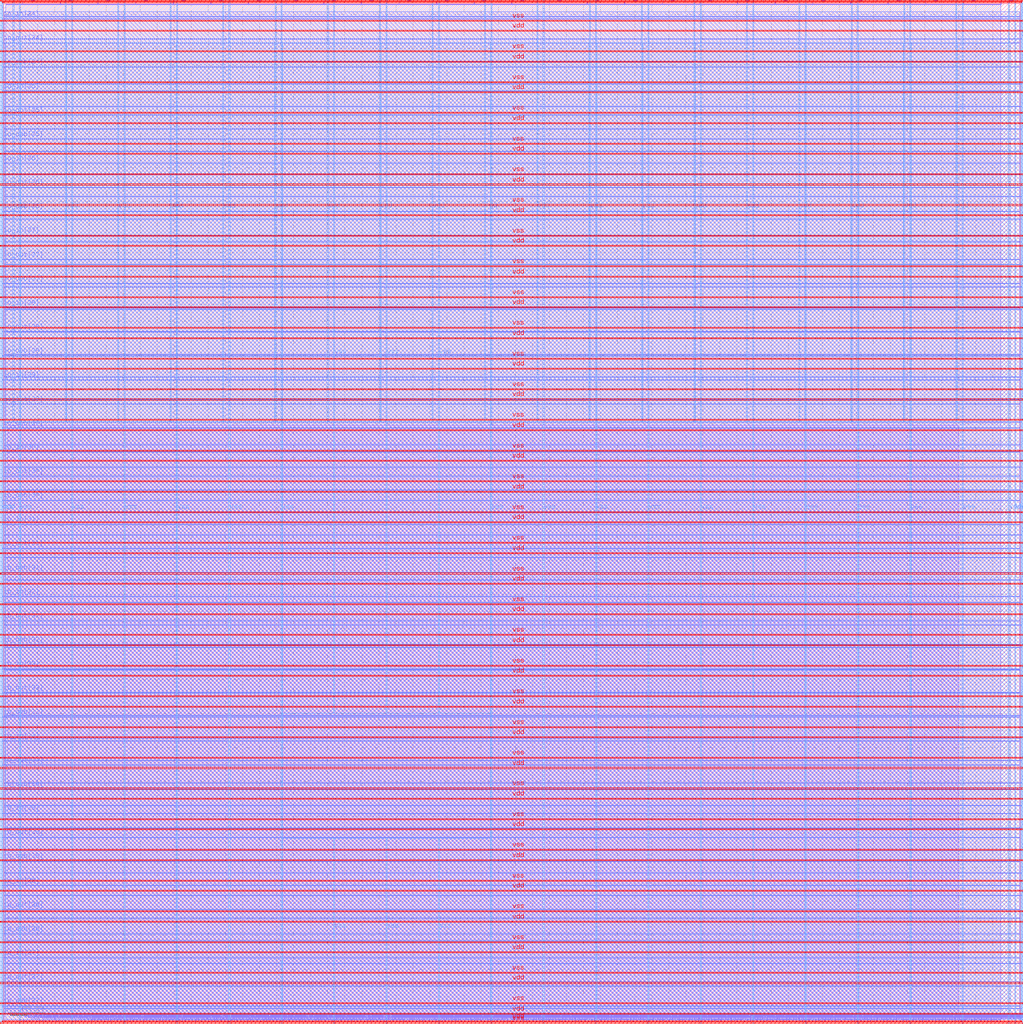
<source format=lef>
VERSION 5.7 ;
  NOWIREEXTENSIONATPIN ON ;
  DIVIDERCHAR "/" ;
  BUSBITCHARS "[]" ;
MACRO user_project_wrapper
  CLASS BLOCK ;
  FOREIGN user_project_wrapper ;
  ORIGIN 0.000 0.000 ;
  SIZE 2980.200 BY 2980.200 ;
  PIN io_in[0]
    DIRECTION INPUT ;
    USE SIGNAL ;
    PORT
      LAYER Metal3 ;
        RECT 2977.800 35.560 2985.000 36.680 ;
    END
  END io_in[0]
  PIN io_in[10]
    DIRECTION INPUT ;
    USE SIGNAL ;
    PORT
      LAYER Metal3 ;
        RECT 2977.800 2017.960 2985.000 2019.080 ;
    END
  END io_in[10]
  PIN io_in[11]
    DIRECTION INPUT ;
    USE SIGNAL ;
    PORT
      LAYER Metal3 ;
        RECT 2977.800 2216.200 2985.000 2217.320 ;
    END
  END io_in[11]
  PIN io_in[12]
    DIRECTION INPUT ;
    USE SIGNAL ;
    PORT
      LAYER Metal3 ;
        RECT 2977.800 2414.440 2985.000 2415.560 ;
    END
  END io_in[12]
  PIN io_in[13]
    DIRECTION INPUT ;
    USE SIGNAL ;
    PORT
      LAYER Metal3 ;
        RECT 2977.800 2612.680 2985.000 2613.800 ;
    END
  END io_in[13]
  PIN io_in[14]
    DIRECTION INPUT ;
    USE SIGNAL ;
    PORT
      LAYER Metal3 ;
        RECT 2977.800 2810.920 2985.000 2812.040 ;
    END
  END io_in[14]
  PIN io_in[15]
    DIRECTION INPUT ;
    USE SIGNAL ;
    PORT
      LAYER Metal2 ;
        RECT 2923.480 2977.800 2924.600 2985.000 ;
    END
  END io_in[15]
  PIN io_in[16]
    DIRECTION INPUT ;
    USE SIGNAL ;
    PORT
      LAYER Metal2 ;
        RECT 2592.520 2977.800 2593.640 2985.000 ;
    END
  END io_in[16]
  PIN io_in[17]
    DIRECTION INPUT ;
    USE SIGNAL ;
    PORT
      LAYER Metal2 ;
        RECT 2261.560 2977.800 2262.680 2985.000 ;
    END
  END io_in[17]
  PIN io_in[18]
    DIRECTION INPUT ;
    USE SIGNAL ;
    PORT
      LAYER Metal2 ;
        RECT 1930.600 2977.800 1931.720 2985.000 ;
    END
  END io_in[18]
  PIN io_in[19]
    DIRECTION INPUT ;
    USE SIGNAL ;
    PORT
      LAYER Metal2 ;
        RECT 1599.640 2977.800 1600.760 2985.000 ;
    END
  END io_in[19]
  PIN io_in[1]
    DIRECTION INPUT ;
    USE SIGNAL ;
    PORT
      LAYER Metal3 ;
        RECT 2977.800 233.800 2985.000 234.920 ;
    END
  END io_in[1]
  PIN io_in[20]
    DIRECTION INPUT ;
    USE SIGNAL ;
    PORT
      LAYER Metal2 ;
        RECT 1268.680 2977.800 1269.800 2985.000 ;
    END
  END io_in[20]
  PIN io_in[21]
    DIRECTION INPUT ;
    USE SIGNAL ;
    PORT
      LAYER Metal2 ;
        RECT 937.720 2977.800 938.840 2985.000 ;
    END
  END io_in[21]
  PIN io_in[22]
    DIRECTION INPUT ;
    USE SIGNAL ;
    PORT
      LAYER Metal2 ;
        RECT 606.760 2977.800 607.880 2985.000 ;
    END
  END io_in[22]
  PIN io_in[23]
    DIRECTION INPUT ;
    USE SIGNAL ;
    PORT
      LAYER Metal2 ;
        RECT 275.800 2977.800 276.920 2985.000 ;
    END
  END io_in[23]
  PIN io_in[24]
    DIRECTION INPUT ;
    USE SIGNAL ;
    PORT
      LAYER Metal3 ;
        RECT -4.800 2935.800 2.400 2936.920 ;
    END
  END io_in[24]
  PIN io_in[25]
    DIRECTION INPUT ;
    USE SIGNAL ;
    PORT
      LAYER Metal3 ;
        RECT -4.800 2724.120 2.400 2725.240 ;
    END
  END io_in[25]
  PIN io_in[26]
    DIRECTION INPUT ;
    USE SIGNAL ;
    PORT
      LAYER Metal3 ;
        RECT -4.800 2512.440 2.400 2513.560 ;
    END
  END io_in[26]
  PIN io_in[27]
    DIRECTION INPUT ;
    USE SIGNAL ;
    PORT
      LAYER Metal3 ;
        RECT -4.800 2300.760 2.400 2301.880 ;
    END
  END io_in[27]
  PIN io_in[28]
    DIRECTION INPUT ;
    USE SIGNAL ;
    PORT
      LAYER Metal3 ;
        RECT -4.800 2089.080 2.400 2090.200 ;
    END
  END io_in[28]
  PIN io_in[29]
    DIRECTION INPUT ;
    USE SIGNAL ;
    PORT
      LAYER Metal3 ;
        RECT -4.800 1877.400 2.400 1878.520 ;
    END
  END io_in[29]
  PIN io_in[2]
    DIRECTION INPUT ;
    USE SIGNAL ;
    PORT
      LAYER Metal3 ;
        RECT 2977.800 432.040 2985.000 433.160 ;
    END
  END io_in[2]
  PIN io_in[30]
    DIRECTION INPUT ;
    USE SIGNAL ;
    PORT
      LAYER Metal3 ;
        RECT -4.800 1665.720 2.400 1666.840 ;
    END
  END io_in[30]
  PIN io_in[31]
    DIRECTION INPUT ;
    USE SIGNAL ;
    PORT
      LAYER Metal3 ;
        RECT -4.800 1454.040 2.400 1455.160 ;
    END
  END io_in[31]
  PIN io_in[32]
    DIRECTION INPUT ;
    USE SIGNAL ;
    PORT
      LAYER Metal3 ;
        RECT -4.800 1242.360 2.400 1243.480 ;
    END
  END io_in[32]
  PIN io_in[33]
    DIRECTION INPUT ;
    USE SIGNAL ;
    PORT
      LAYER Metal3 ;
        RECT -4.800 1030.680 2.400 1031.800 ;
    END
  END io_in[33]
  PIN io_in[34]
    DIRECTION INPUT ;
    USE SIGNAL ;
    PORT
      LAYER Metal3 ;
        RECT -4.800 819.000 2.400 820.120 ;
    END
  END io_in[34]
  PIN io_in[35]
    DIRECTION INPUT ;
    USE SIGNAL ;
    PORT
      LAYER Metal3 ;
        RECT -4.800 607.320 2.400 608.440 ;
    END
  END io_in[35]
  PIN io_in[36]
    DIRECTION INPUT ;
    USE SIGNAL ;
    PORT
      LAYER Metal3 ;
        RECT -4.800 395.640 2.400 396.760 ;
    END
  END io_in[36]
  PIN io_in[37]
    DIRECTION INPUT ;
    USE SIGNAL ;
    PORT
      LAYER Metal3 ;
        RECT -4.800 183.960 2.400 185.080 ;
    END
  END io_in[37]
  PIN io_in[3]
    DIRECTION INPUT ;
    USE SIGNAL ;
    PORT
      LAYER Metal3 ;
        RECT 2977.800 630.280 2985.000 631.400 ;
    END
  END io_in[3]
  PIN io_in[4]
    DIRECTION INPUT ;
    USE SIGNAL ;
    PORT
      LAYER Metal3 ;
        RECT 2977.800 828.520 2985.000 829.640 ;
    END
  END io_in[4]
  PIN io_in[5]
    DIRECTION INPUT ;
    USE SIGNAL ;
    PORT
      LAYER Metal3 ;
        RECT 2977.800 1026.760 2985.000 1027.880 ;
    END
  END io_in[5]
  PIN io_in[6]
    DIRECTION INPUT ;
    USE SIGNAL ;
    PORT
      LAYER Metal3 ;
        RECT 2977.800 1225.000 2985.000 1226.120 ;
    END
  END io_in[6]
  PIN io_in[7]
    DIRECTION INPUT ;
    USE SIGNAL ;
    PORT
      LAYER Metal3 ;
        RECT 2977.800 1423.240 2985.000 1424.360 ;
    END
  END io_in[7]
  PIN io_in[8]
    DIRECTION INPUT ;
    USE SIGNAL ;
    PORT
      LAYER Metal3 ;
        RECT 2977.800 1621.480 2985.000 1622.600 ;
    END
  END io_in[8]
  PIN io_in[9]
    DIRECTION INPUT ;
    USE SIGNAL ;
    PORT
      LAYER Metal3 ;
        RECT 2977.800 1819.720 2985.000 1820.840 ;
    END
  END io_in[9]
  PIN io_oeb[0]
    DIRECTION OUTPUT TRISTATE ;
    USE SIGNAL ;
    PORT
      LAYER Metal3 ;
        RECT 2977.800 167.720 2985.000 168.840 ;
    END
  END io_oeb[0]
  PIN io_oeb[10]
    DIRECTION OUTPUT TRISTATE ;
    USE SIGNAL ;
    PORT
      LAYER Metal3 ;
        RECT 2977.800 2150.120 2985.000 2151.240 ;
    END
  END io_oeb[10]
  PIN io_oeb[11]
    DIRECTION OUTPUT TRISTATE ;
    USE SIGNAL ;
    PORT
      LAYER Metal3 ;
        RECT 2977.800 2348.360 2985.000 2349.480 ;
    END
  END io_oeb[11]
  PIN io_oeb[12]
    DIRECTION OUTPUT TRISTATE ;
    USE SIGNAL ;
    PORT
      LAYER Metal3 ;
        RECT 2977.800 2546.600 2985.000 2547.720 ;
    END
  END io_oeb[12]
  PIN io_oeb[13]
    DIRECTION OUTPUT TRISTATE ;
    USE SIGNAL ;
    PORT
      LAYER Metal3 ;
        RECT 2977.800 2744.840 2985.000 2745.960 ;
    END
  END io_oeb[13]
  PIN io_oeb[14]
    DIRECTION OUTPUT TRISTATE ;
    USE SIGNAL ;
    PORT
      LAYER Metal3 ;
        RECT 2977.800 2943.080 2985.000 2944.200 ;
    END
  END io_oeb[14]
  PIN io_oeb[15]
    DIRECTION OUTPUT TRISTATE ;
    USE SIGNAL ;
    PORT
      LAYER Metal2 ;
        RECT 2702.840 2977.800 2703.960 2985.000 ;
    END
  END io_oeb[15]
  PIN io_oeb[16]
    DIRECTION OUTPUT TRISTATE ;
    USE SIGNAL ;
    PORT
      LAYER Metal2 ;
        RECT 2371.880 2977.800 2373.000 2985.000 ;
    END
  END io_oeb[16]
  PIN io_oeb[17]
    DIRECTION OUTPUT TRISTATE ;
    USE SIGNAL ;
    PORT
      LAYER Metal2 ;
        RECT 2040.920 2977.800 2042.040 2985.000 ;
    END
  END io_oeb[17]
  PIN io_oeb[18]
    DIRECTION OUTPUT TRISTATE ;
    USE SIGNAL ;
    PORT
      LAYER Metal2 ;
        RECT 1709.960 2977.800 1711.080 2985.000 ;
    END
  END io_oeb[18]
  PIN io_oeb[19]
    DIRECTION OUTPUT TRISTATE ;
    USE SIGNAL ;
    PORT
      LAYER Metal2 ;
        RECT 1379.000 2977.800 1380.120 2985.000 ;
    END
  END io_oeb[19]
  PIN io_oeb[1]
    DIRECTION OUTPUT TRISTATE ;
    USE SIGNAL ;
    PORT
      LAYER Metal3 ;
        RECT 2977.800 365.960 2985.000 367.080 ;
    END
  END io_oeb[1]
  PIN io_oeb[20]
    DIRECTION OUTPUT TRISTATE ;
    USE SIGNAL ;
    PORT
      LAYER Metal2 ;
        RECT 1048.040 2977.800 1049.160 2985.000 ;
    END
  END io_oeb[20]
  PIN io_oeb[21]
    DIRECTION OUTPUT TRISTATE ;
    USE SIGNAL ;
    PORT
      LAYER Metal2 ;
        RECT 717.080 2977.800 718.200 2985.000 ;
    END
  END io_oeb[21]
  PIN io_oeb[22]
    DIRECTION OUTPUT TRISTATE ;
    USE SIGNAL ;
    PORT
      LAYER Metal2 ;
        RECT 386.120 2977.800 387.240 2985.000 ;
    END
  END io_oeb[22]
  PIN io_oeb[23]
    DIRECTION OUTPUT TRISTATE ;
    USE SIGNAL ;
    PORT
      LAYER Metal2 ;
        RECT 55.160 2977.800 56.280 2985.000 ;
    END
  END io_oeb[23]
  PIN io_oeb[24]
    DIRECTION OUTPUT TRISTATE ;
    USE SIGNAL ;
    PORT
      LAYER Metal3 ;
        RECT -4.800 2794.680 2.400 2795.800 ;
    END
  END io_oeb[24]
  PIN io_oeb[25]
    DIRECTION OUTPUT TRISTATE ;
    USE SIGNAL ;
    PORT
      LAYER Metal3 ;
        RECT -4.800 2583.000 2.400 2584.120 ;
    END
  END io_oeb[25]
  PIN io_oeb[26]
    DIRECTION OUTPUT TRISTATE ;
    USE SIGNAL ;
    PORT
      LAYER Metal3 ;
        RECT -4.800 2371.320 2.400 2372.440 ;
    END
  END io_oeb[26]
  PIN io_oeb[27]
    DIRECTION OUTPUT TRISTATE ;
    USE SIGNAL ;
    PORT
      LAYER Metal3 ;
        RECT -4.800 2159.640 2.400 2160.760 ;
    END
  END io_oeb[27]
  PIN io_oeb[28]
    DIRECTION OUTPUT TRISTATE ;
    USE SIGNAL ;
    PORT
      LAYER Metal3 ;
        RECT -4.800 1947.960 2.400 1949.080 ;
    END
  END io_oeb[28]
  PIN io_oeb[29]
    DIRECTION OUTPUT TRISTATE ;
    USE SIGNAL ;
    PORT
      LAYER Metal3 ;
        RECT -4.800 1736.280 2.400 1737.400 ;
    END
  END io_oeb[29]
  PIN io_oeb[2]
    DIRECTION OUTPUT TRISTATE ;
    USE SIGNAL ;
    PORT
      LAYER Metal3 ;
        RECT 2977.800 564.200 2985.000 565.320 ;
    END
  END io_oeb[2]
  PIN io_oeb[30]
    DIRECTION OUTPUT TRISTATE ;
    USE SIGNAL ;
    PORT
      LAYER Metal3 ;
        RECT -4.800 1524.600 2.400 1525.720 ;
    END
  END io_oeb[30]
  PIN io_oeb[31]
    DIRECTION OUTPUT TRISTATE ;
    USE SIGNAL ;
    PORT
      LAYER Metal3 ;
        RECT -4.800 1312.920 2.400 1314.040 ;
    END
  END io_oeb[31]
  PIN io_oeb[32]
    DIRECTION OUTPUT TRISTATE ;
    USE SIGNAL ;
    PORT
      LAYER Metal3 ;
        RECT -4.800 1101.240 2.400 1102.360 ;
    END
  END io_oeb[32]
  PIN io_oeb[33]
    DIRECTION OUTPUT TRISTATE ;
    USE SIGNAL ;
    PORT
      LAYER Metal3 ;
        RECT -4.800 889.560 2.400 890.680 ;
    END
  END io_oeb[33]
  PIN io_oeb[34]
    DIRECTION OUTPUT TRISTATE ;
    USE SIGNAL ;
    PORT
      LAYER Metal3 ;
        RECT -4.800 677.880 2.400 679.000 ;
    END
  END io_oeb[34]
  PIN io_oeb[35]
    DIRECTION OUTPUT TRISTATE ;
    USE SIGNAL ;
    PORT
      LAYER Metal3 ;
        RECT -4.800 466.200 2.400 467.320 ;
    END
  END io_oeb[35]
  PIN io_oeb[36]
    DIRECTION OUTPUT TRISTATE ;
    USE SIGNAL ;
    PORT
      LAYER Metal3 ;
        RECT -4.800 254.520 2.400 255.640 ;
    END
  END io_oeb[36]
  PIN io_oeb[37]
    DIRECTION OUTPUT TRISTATE ;
    USE SIGNAL ;
    PORT
      LAYER Metal3 ;
        RECT -4.800 42.840 2.400 43.960 ;
    END
  END io_oeb[37]
  PIN io_oeb[3]
    DIRECTION OUTPUT TRISTATE ;
    USE SIGNAL ;
    PORT
      LAYER Metal3 ;
        RECT 2977.800 762.440 2985.000 763.560 ;
    END
  END io_oeb[3]
  PIN io_oeb[4]
    DIRECTION OUTPUT TRISTATE ;
    USE SIGNAL ;
    PORT
      LAYER Metal3 ;
        RECT 2977.800 960.680 2985.000 961.800 ;
    END
  END io_oeb[4]
  PIN io_oeb[5]
    DIRECTION OUTPUT TRISTATE ;
    USE SIGNAL ;
    PORT
      LAYER Metal3 ;
        RECT 2977.800 1158.920 2985.000 1160.040 ;
    END
  END io_oeb[5]
  PIN io_oeb[6]
    DIRECTION OUTPUT TRISTATE ;
    USE SIGNAL ;
    PORT
      LAYER Metal3 ;
        RECT 2977.800 1357.160 2985.000 1358.280 ;
    END
  END io_oeb[6]
  PIN io_oeb[7]
    DIRECTION OUTPUT TRISTATE ;
    USE SIGNAL ;
    PORT
      LAYER Metal3 ;
        RECT 2977.800 1555.400 2985.000 1556.520 ;
    END
  END io_oeb[7]
  PIN io_oeb[8]
    DIRECTION OUTPUT TRISTATE ;
    USE SIGNAL ;
    PORT
      LAYER Metal3 ;
        RECT 2977.800 1753.640 2985.000 1754.760 ;
    END
  END io_oeb[8]
  PIN io_oeb[9]
    DIRECTION OUTPUT TRISTATE ;
    USE SIGNAL ;
    PORT
      LAYER Metal3 ;
        RECT 2977.800 1951.880 2985.000 1953.000 ;
    END
  END io_oeb[9]
  PIN io_out[0]
    DIRECTION OUTPUT TRISTATE ;
    USE SIGNAL ;
    PORT
      LAYER Metal3 ;
        RECT 2977.800 101.640 2985.000 102.760 ;
    END
  END io_out[0]
  PIN io_out[10]
    DIRECTION OUTPUT TRISTATE ;
    USE SIGNAL ;
    PORT
      LAYER Metal3 ;
        RECT 2977.800 2084.040 2985.000 2085.160 ;
    END
  END io_out[10]
  PIN io_out[11]
    DIRECTION OUTPUT TRISTATE ;
    USE SIGNAL ;
    PORT
      LAYER Metal3 ;
        RECT 2977.800 2282.280 2985.000 2283.400 ;
    END
  END io_out[11]
  PIN io_out[12]
    DIRECTION OUTPUT TRISTATE ;
    USE SIGNAL ;
    PORT
      LAYER Metal3 ;
        RECT 2977.800 2480.520 2985.000 2481.640 ;
    END
  END io_out[12]
  PIN io_out[13]
    DIRECTION OUTPUT TRISTATE ;
    USE SIGNAL ;
    PORT
      LAYER Metal3 ;
        RECT 2977.800 2678.760 2985.000 2679.880 ;
    END
  END io_out[13]
  PIN io_out[14]
    DIRECTION OUTPUT TRISTATE ;
    USE SIGNAL ;
    PORT
      LAYER Metal3 ;
        RECT 2977.800 2877.000 2985.000 2878.120 ;
    END
  END io_out[14]
  PIN io_out[15]
    DIRECTION OUTPUT TRISTATE ;
    USE SIGNAL ;
    PORT
      LAYER Metal2 ;
        RECT 2813.160 2977.800 2814.280 2985.000 ;
    END
  END io_out[15]
  PIN io_out[16]
    DIRECTION OUTPUT TRISTATE ;
    USE SIGNAL ;
    PORT
      LAYER Metal2 ;
        RECT 2482.200 2977.800 2483.320 2985.000 ;
    END
  END io_out[16]
  PIN io_out[17]
    DIRECTION OUTPUT TRISTATE ;
    USE SIGNAL ;
    PORT
      LAYER Metal2 ;
        RECT 2151.240 2977.800 2152.360 2985.000 ;
    END
  END io_out[17]
  PIN io_out[18]
    DIRECTION OUTPUT TRISTATE ;
    USE SIGNAL ;
    PORT
      LAYER Metal2 ;
        RECT 1820.280 2977.800 1821.400 2985.000 ;
    END
  END io_out[18]
  PIN io_out[19]
    DIRECTION OUTPUT TRISTATE ;
    USE SIGNAL ;
    PORT
      LAYER Metal2 ;
        RECT 1489.320 2977.800 1490.440 2985.000 ;
    END
  END io_out[19]
  PIN io_out[1]
    DIRECTION OUTPUT TRISTATE ;
    USE SIGNAL ;
    PORT
      LAYER Metal3 ;
        RECT 2977.800 299.880 2985.000 301.000 ;
    END
  END io_out[1]
  PIN io_out[20]
    DIRECTION OUTPUT TRISTATE ;
    USE SIGNAL ;
    PORT
      LAYER Metal2 ;
        RECT 1158.360 2977.800 1159.480 2985.000 ;
    END
  END io_out[20]
  PIN io_out[21]
    DIRECTION OUTPUT TRISTATE ;
    USE SIGNAL ;
    PORT
      LAYER Metal2 ;
        RECT 827.400 2977.800 828.520 2985.000 ;
    END
  END io_out[21]
  PIN io_out[22]
    DIRECTION OUTPUT TRISTATE ;
    USE SIGNAL ;
    PORT
      LAYER Metal2 ;
        RECT 496.440 2977.800 497.560 2985.000 ;
    END
  END io_out[22]
  PIN io_out[23]
    DIRECTION OUTPUT TRISTATE ;
    USE SIGNAL ;
    PORT
      LAYER Metal2 ;
        RECT 165.480 2977.800 166.600 2985.000 ;
    END
  END io_out[23]
  PIN io_out[24]
    DIRECTION OUTPUT TRISTATE ;
    USE SIGNAL ;
    PORT
      LAYER Metal3 ;
        RECT -4.800 2865.240 2.400 2866.360 ;
    END
  END io_out[24]
  PIN io_out[25]
    DIRECTION OUTPUT TRISTATE ;
    USE SIGNAL ;
    PORT
      LAYER Metal3 ;
        RECT -4.800 2653.560 2.400 2654.680 ;
    END
  END io_out[25]
  PIN io_out[26]
    DIRECTION OUTPUT TRISTATE ;
    USE SIGNAL ;
    PORT
      LAYER Metal3 ;
        RECT -4.800 2441.880 2.400 2443.000 ;
    END
  END io_out[26]
  PIN io_out[27]
    DIRECTION OUTPUT TRISTATE ;
    USE SIGNAL ;
    PORT
      LAYER Metal3 ;
        RECT -4.800 2230.200 2.400 2231.320 ;
    END
  END io_out[27]
  PIN io_out[28]
    DIRECTION OUTPUT TRISTATE ;
    USE SIGNAL ;
    PORT
      LAYER Metal3 ;
        RECT -4.800 2018.520 2.400 2019.640 ;
    END
  END io_out[28]
  PIN io_out[29]
    DIRECTION OUTPUT TRISTATE ;
    USE SIGNAL ;
    PORT
      LAYER Metal3 ;
        RECT -4.800 1806.840 2.400 1807.960 ;
    END
  END io_out[29]
  PIN io_out[2]
    DIRECTION OUTPUT TRISTATE ;
    USE SIGNAL ;
    PORT
      LAYER Metal3 ;
        RECT 2977.800 498.120 2985.000 499.240 ;
    END
  END io_out[2]
  PIN io_out[30]
    DIRECTION OUTPUT TRISTATE ;
    USE SIGNAL ;
    PORT
      LAYER Metal3 ;
        RECT -4.800 1595.160 2.400 1596.280 ;
    END
  END io_out[30]
  PIN io_out[31]
    DIRECTION OUTPUT TRISTATE ;
    USE SIGNAL ;
    PORT
      LAYER Metal3 ;
        RECT -4.800 1383.480 2.400 1384.600 ;
    END
  END io_out[31]
  PIN io_out[32]
    DIRECTION OUTPUT TRISTATE ;
    USE SIGNAL ;
    PORT
      LAYER Metal3 ;
        RECT -4.800 1171.800 2.400 1172.920 ;
    END
  END io_out[32]
  PIN io_out[33]
    DIRECTION OUTPUT TRISTATE ;
    USE SIGNAL ;
    PORT
      LAYER Metal3 ;
        RECT -4.800 960.120 2.400 961.240 ;
    END
  END io_out[33]
  PIN io_out[34]
    DIRECTION OUTPUT TRISTATE ;
    USE SIGNAL ;
    PORT
      LAYER Metal3 ;
        RECT -4.800 748.440 2.400 749.560 ;
    END
  END io_out[34]
  PIN io_out[35]
    DIRECTION OUTPUT TRISTATE ;
    USE SIGNAL ;
    PORT
      LAYER Metal3 ;
        RECT -4.800 536.760 2.400 537.880 ;
    END
  END io_out[35]
  PIN io_out[36]
    DIRECTION OUTPUT TRISTATE ;
    USE SIGNAL ;
    PORT
      LAYER Metal3 ;
        RECT -4.800 325.080 2.400 326.200 ;
    END
  END io_out[36]
  PIN io_out[37]
    DIRECTION OUTPUT TRISTATE ;
    USE SIGNAL ;
    PORT
      LAYER Metal3 ;
        RECT -4.800 113.400 2.400 114.520 ;
    END
  END io_out[37]
  PIN io_out[3]
    DIRECTION OUTPUT TRISTATE ;
    USE SIGNAL ;
    PORT
      LAYER Metal3 ;
        RECT 2977.800 696.360 2985.000 697.480 ;
    END
  END io_out[3]
  PIN io_out[4]
    DIRECTION OUTPUT TRISTATE ;
    USE SIGNAL ;
    PORT
      LAYER Metal3 ;
        RECT 2977.800 894.600 2985.000 895.720 ;
    END
  END io_out[4]
  PIN io_out[5]
    DIRECTION OUTPUT TRISTATE ;
    USE SIGNAL ;
    PORT
      LAYER Metal3 ;
        RECT 2977.800 1092.840 2985.000 1093.960 ;
    END
  END io_out[5]
  PIN io_out[6]
    DIRECTION OUTPUT TRISTATE ;
    USE SIGNAL ;
    PORT
      LAYER Metal3 ;
        RECT 2977.800 1291.080 2985.000 1292.200 ;
    END
  END io_out[6]
  PIN io_out[7]
    DIRECTION OUTPUT TRISTATE ;
    USE SIGNAL ;
    PORT
      LAYER Metal3 ;
        RECT 2977.800 1489.320 2985.000 1490.440 ;
    END
  END io_out[7]
  PIN io_out[8]
    DIRECTION OUTPUT TRISTATE ;
    USE SIGNAL ;
    PORT
      LAYER Metal3 ;
        RECT 2977.800 1687.560 2985.000 1688.680 ;
    END
  END io_out[8]
  PIN io_out[9]
    DIRECTION OUTPUT TRISTATE ;
    USE SIGNAL ;
    PORT
      LAYER Metal3 ;
        RECT 2977.800 1885.800 2985.000 1886.920 ;
    END
  END io_out[9]
  PIN la_data_in[0]
    DIRECTION INPUT ;
    USE SIGNAL ;
    PORT
      LAYER Metal2 ;
        RECT 1065.960 -4.800 1067.080 2.400 ;
    END
  END la_data_in[0]
  PIN la_data_in[10]
    DIRECTION INPUT ;
    USE SIGNAL ;
    PORT
      LAYER Metal2 ;
        RECT 1351.560 -4.800 1352.680 2.400 ;
    END
  END la_data_in[10]
  PIN la_data_in[11]
    DIRECTION INPUT ;
    USE SIGNAL ;
    PORT
      LAYER Metal2 ;
        RECT 1380.120 -4.800 1381.240 2.400 ;
    END
  END la_data_in[11]
  PIN la_data_in[12]
    DIRECTION INPUT ;
    USE SIGNAL ;
    PORT
      LAYER Metal2 ;
        RECT 1408.680 -4.800 1409.800 2.400 ;
    END
  END la_data_in[12]
  PIN la_data_in[13]
    DIRECTION INPUT ;
    USE SIGNAL ;
    PORT
      LAYER Metal2 ;
        RECT 1437.240 -4.800 1438.360 2.400 ;
    END
  END la_data_in[13]
  PIN la_data_in[14]
    DIRECTION INPUT ;
    USE SIGNAL ;
    PORT
      LAYER Metal2 ;
        RECT 1465.800 -4.800 1466.920 2.400 ;
    END
  END la_data_in[14]
  PIN la_data_in[15]
    DIRECTION INPUT ;
    USE SIGNAL ;
    PORT
      LAYER Metal2 ;
        RECT 1494.360 -4.800 1495.480 2.400 ;
    END
  END la_data_in[15]
  PIN la_data_in[16]
    DIRECTION INPUT ;
    USE SIGNAL ;
    PORT
      LAYER Metal2 ;
        RECT 1522.920 -4.800 1524.040 2.400 ;
    END
  END la_data_in[16]
  PIN la_data_in[17]
    DIRECTION INPUT ;
    USE SIGNAL ;
    PORT
      LAYER Metal2 ;
        RECT 1551.480 -4.800 1552.600 2.400 ;
    END
  END la_data_in[17]
  PIN la_data_in[18]
    DIRECTION INPUT ;
    USE SIGNAL ;
    PORT
      LAYER Metal2 ;
        RECT 1580.040 -4.800 1581.160 2.400 ;
    END
  END la_data_in[18]
  PIN la_data_in[19]
    DIRECTION INPUT ;
    USE SIGNAL ;
    PORT
      LAYER Metal2 ;
        RECT 1608.600 -4.800 1609.720 2.400 ;
    END
  END la_data_in[19]
  PIN la_data_in[1]
    DIRECTION INPUT ;
    USE SIGNAL ;
    PORT
      LAYER Metal2 ;
        RECT 1094.520 -4.800 1095.640 2.400 ;
    END
  END la_data_in[1]
  PIN la_data_in[20]
    DIRECTION INPUT ;
    USE SIGNAL ;
    PORT
      LAYER Metal2 ;
        RECT 1637.160 -4.800 1638.280 2.400 ;
    END
  END la_data_in[20]
  PIN la_data_in[21]
    DIRECTION INPUT ;
    USE SIGNAL ;
    PORT
      LAYER Metal2 ;
        RECT 1665.720 -4.800 1666.840 2.400 ;
    END
  END la_data_in[21]
  PIN la_data_in[22]
    DIRECTION INPUT ;
    USE SIGNAL ;
    PORT
      LAYER Metal2 ;
        RECT 1694.280 -4.800 1695.400 2.400 ;
    END
  END la_data_in[22]
  PIN la_data_in[23]
    DIRECTION INPUT ;
    USE SIGNAL ;
    PORT
      LAYER Metal2 ;
        RECT 1722.840 -4.800 1723.960 2.400 ;
    END
  END la_data_in[23]
  PIN la_data_in[24]
    DIRECTION INPUT ;
    USE SIGNAL ;
    PORT
      LAYER Metal2 ;
        RECT 1751.400 -4.800 1752.520 2.400 ;
    END
  END la_data_in[24]
  PIN la_data_in[25]
    DIRECTION INPUT ;
    USE SIGNAL ;
    PORT
      LAYER Metal2 ;
        RECT 1779.960 -4.800 1781.080 2.400 ;
    END
  END la_data_in[25]
  PIN la_data_in[26]
    DIRECTION INPUT ;
    USE SIGNAL ;
    PORT
      LAYER Metal2 ;
        RECT 1808.520 -4.800 1809.640 2.400 ;
    END
  END la_data_in[26]
  PIN la_data_in[27]
    DIRECTION INPUT ;
    USE SIGNAL ;
    PORT
      LAYER Metal2 ;
        RECT 1837.080 -4.800 1838.200 2.400 ;
    END
  END la_data_in[27]
  PIN la_data_in[28]
    DIRECTION INPUT ;
    USE SIGNAL ;
    PORT
      LAYER Metal2 ;
        RECT 1865.640 -4.800 1866.760 2.400 ;
    END
  END la_data_in[28]
  PIN la_data_in[29]
    DIRECTION INPUT ;
    USE SIGNAL ;
    PORT
      LAYER Metal2 ;
        RECT 1894.200 -4.800 1895.320 2.400 ;
    END
  END la_data_in[29]
  PIN la_data_in[2]
    DIRECTION INPUT ;
    USE SIGNAL ;
    PORT
      LAYER Metal2 ;
        RECT 1123.080 -4.800 1124.200 2.400 ;
    END
  END la_data_in[2]
  PIN la_data_in[30]
    DIRECTION INPUT ;
    USE SIGNAL ;
    PORT
      LAYER Metal2 ;
        RECT 1922.760 -4.800 1923.880 2.400 ;
    END
  END la_data_in[30]
  PIN la_data_in[31]
    DIRECTION INPUT ;
    USE SIGNAL ;
    PORT
      LAYER Metal2 ;
        RECT 1951.320 -4.800 1952.440 2.400 ;
    END
  END la_data_in[31]
  PIN la_data_in[32]
    DIRECTION INPUT ;
    USE SIGNAL ;
    PORT
      LAYER Metal2 ;
        RECT 1979.880 -4.800 1981.000 2.400 ;
    END
  END la_data_in[32]
  PIN la_data_in[33]
    DIRECTION INPUT ;
    USE SIGNAL ;
    PORT
      LAYER Metal2 ;
        RECT 2008.440 -4.800 2009.560 2.400 ;
    END
  END la_data_in[33]
  PIN la_data_in[34]
    DIRECTION INPUT ;
    USE SIGNAL ;
    PORT
      LAYER Metal2 ;
        RECT 2037.000 -4.800 2038.120 2.400 ;
    END
  END la_data_in[34]
  PIN la_data_in[35]
    DIRECTION INPUT ;
    USE SIGNAL ;
    PORT
      LAYER Metal2 ;
        RECT 2065.560 -4.800 2066.680 2.400 ;
    END
  END la_data_in[35]
  PIN la_data_in[36]
    DIRECTION INPUT ;
    USE SIGNAL ;
    PORT
      LAYER Metal2 ;
        RECT 2094.120 -4.800 2095.240 2.400 ;
    END
  END la_data_in[36]
  PIN la_data_in[37]
    DIRECTION INPUT ;
    USE SIGNAL ;
    PORT
      LAYER Metal2 ;
        RECT 2122.680 -4.800 2123.800 2.400 ;
    END
  END la_data_in[37]
  PIN la_data_in[38]
    DIRECTION INPUT ;
    USE SIGNAL ;
    PORT
      LAYER Metal2 ;
        RECT 2151.240 -4.800 2152.360 2.400 ;
    END
  END la_data_in[38]
  PIN la_data_in[39]
    DIRECTION INPUT ;
    USE SIGNAL ;
    PORT
      LAYER Metal2 ;
        RECT 2179.800 -4.800 2180.920 2.400 ;
    END
  END la_data_in[39]
  PIN la_data_in[3]
    DIRECTION INPUT ;
    USE SIGNAL ;
    PORT
      LAYER Metal2 ;
        RECT 1151.640 -4.800 1152.760 2.400 ;
    END
  END la_data_in[3]
  PIN la_data_in[40]
    DIRECTION INPUT ;
    USE SIGNAL ;
    PORT
      LAYER Metal2 ;
        RECT 2208.360 -4.800 2209.480 2.400 ;
    END
  END la_data_in[40]
  PIN la_data_in[41]
    DIRECTION INPUT ;
    USE SIGNAL ;
    PORT
      LAYER Metal2 ;
        RECT 2236.920 -4.800 2238.040 2.400 ;
    END
  END la_data_in[41]
  PIN la_data_in[42]
    DIRECTION INPUT ;
    USE SIGNAL ;
    PORT
      LAYER Metal2 ;
        RECT 2265.480 -4.800 2266.600 2.400 ;
    END
  END la_data_in[42]
  PIN la_data_in[43]
    DIRECTION INPUT ;
    USE SIGNAL ;
    PORT
      LAYER Metal2 ;
        RECT 2294.040 -4.800 2295.160 2.400 ;
    END
  END la_data_in[43]
  PIN la_data_in[44]
    DIRECTION INPUT ;
    USE SIGNAL ;
    PORT
      LAYER Metal2 ;
        RECT 2322.600 -4.800 2323.720 2.400 ;
    END
  END la_data_in[44]
  PIN la_data_in[45]
    DIRECTION INPUT ;
    USE SIGNAL ;
    PORT
      LAYER Metal2 ;
        RECT 2351.160 -4.800 2352.280 2.400 ;
    END
  END la_data_in[45]
  PIN la_data_in[46]
    DIRECTION INPUT ;
    USE SIGNAL ;
    PORT
      LAYER Metal2 ;
        RECT 2379.720 -4.800 2380.840 2.400 ;
    END
  END la_data_in[46]
  PIN la_data_in[47]
    DIRECTION INPUT ;
    USE SIGNAL ;
    PORT
      LAYER Metal2 ;
        RECT 2408.280 -4.800 2409.400 2.400 ;
    END
  END la_data_in[47]
  PIN la_data_in[48]
    DIRECTION INPUT ;
    USE SIGNAL ;
    PORT
      LAYER Metal2 ;
        RECT 2436.840 -4.800 2437.960 2.400 ;
    END
  END la_data_in[48]
  PIN la_data_in[49]
    DIRECTION INPUT ;
    USE SIGNAL ;
    PORT
      LAYER Metal2 ;
        RECT 2465.400 -4.800 2466.520 2.400 ;
    END
  END la_data_in[49]
  PIN la_data_in[4]
    DIRECTION INPUT ;
    USE SIGNAL ;
    PORT
      LAYER Metal2 ;
        RECT 1180.200 -4.800 1181.320 2.400 ;
    END
  END la_data_in[4]
  PIN la_data_in[50]
    DIRECTION INPUT ;
    USE SIGNAL ;
    PORT
      LAYER Metal2 ;
        RECT 2493.960 -4.800 2495.080 2.400 ;
    END
  END la_data_in[50]
  PIN la_data_in[51]
    DIRECTION INPUT ;
    USE SIGNAL ;
    PORT
      LAYER Metal2 ;
        RECT 2522.520 -4.800 2523.640 2.400 ;
    END
  END la_data_in[51]
  PIN la_data_in[52]
    DIRECTION INPUT ;
    USE SIGNAL ;
    PORT
      LAYER Metal2 ;
        RECT 2551.080 -4.800 2552.200 2.400 ;
    END
  END la_data_in[52]
  PIN la_data_in[53]
    DIRECTION INPUT ;
    USE SIGNAL ;
    PORT
      LAYER Metal2 ;
        RECT 2579.640 -4.800 2580.760 2.400 ;
    END
  END la_data_in[53]
  PIN la_data_in[54]
    DIRECTION INPUT ;
    USE SIGNAL ;
    PORT
      LAYER Metal2 ;
        RECT 2608.200 -4.800 2609.320 2.400 ;
    END
  END la_data_in[54]
  PIN la_data_in[55]
    DIRECTION INPUT ;
    USE SIGNAL ;
    PORT
      LAYER Metal2 ;
        RECT 2636.760 -4.800 2637.880 2.400 ;
    END
  END la_data_in[55]
  PIN la_data_in[56]
    DIRECTION INPUT ;
    USE SIGNAL ;
    PORT
      LAYER Metal2 ;
        RECT 2665.320 -4.800 2666.440 2.400 ;
    END
  END la_data_in[56]
  PIN la_data_in[57]
    DIRECTION INPUT ;
    USE SIGNAL ;
    PORT
      LAYER Metal2 ;
        RECT 2693.880 -4.800 2695.000 2.400 ;
    END
  END la_data_in[57]
  PIN la_data_in[58]
    DIRECTION INPUT ;
    USE SIGNAL ;
    PORT
      LAYER Metal2 ;
        RECT 2722.440 -4.800 2723.560 2.400 ;
    END
  END la_data_in[58]
  PIN la_data_in[59]
    DIRECTION INPUT ;
    USE SIGNAL ;
    PORT
      LAYER Metal2 ;
        RECT 2751.000 -4.800 2752.120 2.400 ;
    END
  END la_data_in[59]
  PIN la_data_in[5]
    DIRECTION INPUT ;
    USE SIGNAL ;
    PORT
      LAYER Metal2 ;
        RECT 1208.760 -4.800 1209.880 2.400 ;
    END
  END la_data_in[5]
  PIN la_data_in[60]
    DIRECTION INPUT ;
    USE SIGNAL ;
    PORT
      LAYER Metal2 ;
        RECT 2779.560 -4.800 2780.680 2.400 ;
    END
  END la_data_in[60]
  PIN la_data_in[61]
    DIRECTION INPUT ;
    USE SIGNAL ;
    PORT
      LAYER Metal2 ;
        RECT 2808.120 -4.800 2809.240 2.400 ;
    END
  END la_data_in[61]
  PIN la_data_in[62]
    DIRECTION INPUT ;
    USE SIGNAL ;
    PORT
      LAYER Metal2 ;
        RECT 2836.680 -4.800 2837.800 2.400 ;
    END
  END la_data_in[62]
  PIN la_data_in[63]
    DIRECTION INPUT ;
    USE SIGNAL ;
    PORT
      LAYER Metal2 ;
        RECT 2865.240 -4.800 2866.360 2.400 ;
    END
  END la_data_in[63]
  PIN la_data_in[6]
    DIRECTION INPUT ;
    USE SIGNAL ;
    PORT
      LAYER Metal2 ;
        RECT 1237.320 -4.800 1238.440 2.400 ;
    END
  END la_data_in[6]
  PIN la_data_in[7]
    DIRECTION INPUT ;
    USE SIGNAL ;
    PORT
      LAYER Metal2 ;
        RECT 1265.880 -4.800 1267.000 2.400 ;
    END
  END la_data_in[7]
  PIN la_data_in[8]
    DIRECTION INPUT ;
    USE SIGNAL ;
    PORT
      LAYER Metal2 ;
        RECT 1294.440 -4.800 1295.560 2.400 ;
    END
  END la_data_in[8]
  PIN la_data_in[9]
    DIRECTION INPUT ;
    USE SIGNAL ;
    PORT
      LAYER Metal2 ;
        RECT 1323.000 -4.800 1324.120 2.400 ;
    END
  END la_data_in[9]
  PIN la_data_out[0]
    DIRECTION OUTPUT TRISTATE ;
    USE SIGNAL ;
    PORT
      LAYER Metal2 ;
        RECT 1075.480 -4.800 1076.600 2.400 ;
    END
  END la_data_out[0]
  PIN la_data_out[10]
    DIRECTION OUTPUT TRISTATE ;
    USE SIGNAL ;
    PORT
      LAYER Metal2 ;
        RECT 1361.080 -4.800 1362.200 2.400 ;
    END
  END la_data_out[10]
  PIN la_data_out[11]
    DIRECTION OUTPUT TRISTATE ;
    USE SIGNAL ;
    PORT
      LAYER Metal2 ;
        RECT 1389.640 -4.800 1390.760 2.400 ;
    END
  END la_data_out[11]
  PIN la_data_out[12]
    DIRECTION OUTPUT TRISTATE ;
    USE SIGNAL ;
    PORT
      LAYER Metal2 ;
        RECT 1418.200 -4.800 1419.320 2.400 ;
    END
  END la_data_out[12]
  PIN la_data_out[13]
    DIRECTION OUTPUT TRISTATE ;
    USE SIGNAL ;
    PORT
      LAYER Metal2 ;
        RECT 1446.760 -4.800 1447.880 2.400 ;
    END
  END la_data_out[13]
  PIN la_data_out[14]
    DIRECTION OUTPUT TRISTATE ;
    USE SIGNAL ;
    PORT
      LAYER Metal2 ;
        RECT 1475.320 -4.800 1476.440 2.400 ;
    END
  END la_data_out[14]
  PIN la_data_out[15]
    DIRECTION OUTPUT TRISTATE ;
    USE SIGNAL ;
    PORT
      LAYER Metal2 ;
        RECT 1503.880 -4.800 1505.000 2.400 ;
    END
  END la_data_out[15]
  PIN la_data_out[16]
    DIRECTION OUTPUT TRISTATE ;
    USE SIGNAL ;
    PORT
      LAYER Metal2 ;
        RECT 1532.440 -4.800 1533.560 2.400 ;
    END
  END la_data_out[16]
  PIN la_data_out[17]
    DIRECTION OUTPUT TRISTATE ;
    USE SIGNAL ;
    PORT
      LAYER Metal2 ;
        RECT 1561.000 -4.800 1562.120 2.400 ;
    END
  END la_data_out[17]
  PIN la_data_out[18]
    DIRECTION OUTPUT TRISTATE ;
    USE SIGNAL ;
    PORT
      LAYER Metal2 ;
        RECT 1589.560 -4.800 1590.680 2.400 ;
    END
  END la_data_out[18]
  PIN la_data_out[19]
    DIRECTION OUTPUT TRISTATE ;
    USE SIGNAL ;
    PORT
      LAYER Metal2 ;
        RECT 1618.120 -4.800 1619.240 2.400 ;
    END
  END la_data_out[19]
  PIN la_data_out[1]
    DIRECTION OUTPUT TRISTATE ;
    USE SIGNAL ;
    PORT
      LAYER Metal2 ;
        RECT 1104.040 -4.800 1105.160 2.400 ;
    END
  END la_data_out[1]
  PIN la_data_out[20]
    DIRECTION OUTPUT TRISTATE ;
    USE SIGNAL ;
    PORT
      LAYER Metal2 ;
        RECT 1646.680 -4.800 1647.800 2.400 ;
    END
  END la_data_out[20]
  PIN la_data_out[21]
    DIRECTION OUTPUT TRISTATE ;
    USE SIGNAL ;
    PORT
      LAYER Metal2 ;
        RECT 1675.240 -4.800 1676.360 2.400 ;
    END
  END la_data_out[21]
  PIN la_data_out[22]
    DIRECTION OUTPUT TRISTATE ;
    USE SIGNAL ;
    PORT
      LAYER Metal2 ;
        RECT 1703.800 -4.800 1704.920 2.400 ;
    END
  END la_data_out[22]
  PIN la_data_out[23]
    DIRECTION OUTPUT TRISTATE ;
    USE SIGNAL ;
    PORT
      LAYER Metal2 ;
        RECT 1732.360 -4.800 1733.480 2.400 ;
    END
  END la_data_out[23]
  PIN la_data_out[24]
    DIRECTION OUTPUT TRISTATE ;
    USE SIGNAL ;
    PORT
      LAYER Metal2 ;
        RECT 1760.920 -4.800 1762.040 2.400 ;
    END
  END la_data_out[24]
  PIN la_data_out[25]
    DIRECTION OUTPUT TRISTATE ;
    USE SIGNAL ;
    PORT
      LAYER Metal2 ;
        RECT 1789.480 -4.800 1790.600 2.400 ;
    END
  END la_data_out[25]
  PIN la_data_out[26]
    DIRECTION OUTPUT TRISTATE ;
    USE SIGNAL ;
    PORT
      LAYER Metal2 ;
        RECT 1818.040 -4.800 1819.160 2.400 ;
    END
  END la_data_out[26]
  PIN la_data_out[27]
    DIRECTION OUTPUT TRISTATE ;
    USE SIGNAL ;
    PORT
      LAYER Metal2 ;
        RECT 1846.600 -4.800 1847.720 2.400 ;
    END
  END la_data_out[27]
  PIN la_data_out[28]
    DIRECTION OUTPUT TRISTATE ;
    USE SIGNAL ;
    PORT
      LAYER Metal2 ;
        RECT 1875.160 -4.800 1876.280 2.400 ;
    END
  END la_data_out[28]
  PIN la_data_out[29]
    DIRECTION OUTPUT TRISTATE ;
    USE SIGNAL ;
    PORT
      LAYER Metal2 ;
        RECT 1903.720 -4.800 1904.840 2.400 ;
    END
  END la_data_out[29]
  PIN la_data_out[2]
    DIRECTION OUTPUT TRISTATE ;
    USE SIGNAL ;
    PORT
      LAYER Metal2 ;
        RECT 1132.600 -4.800 1133.720 2.400 ;
    END
  END la_data_out[2]
  PIN la_data_out[30]
    DIRECTION OUTPUT TRISTATE ;
    USE SIGNAL ;
    PORT
      LAYER Metal2 ;
        RECT 1932.280 -4.800 1933.400 2.400 ;
    END
  END la_data_out[30]
  PIN la_data_out[31]
    DIRECTION OUTPUT TRISTATE ;
    USE SIGNAL ;
    PORT
      LAYER Metal2 ;
        RECT 1960.840 -4.800 1961.960 2.400 ;
    END
  END la_data_out[31]
  PIN la_data_out[32]
    DIRECTION OUTPUT TRISTATE ;
    USE SIGNAL ;
    PORT
      LAYER Metal2 ;
        RECT 1989.400 -4.800 1990.520 2.400 ;
    END
  END la_data_out[32]
  PIN la_data_out[33]
    DIRECTION OUTPUT TRISTATE ;
    USE SIGNAL ;
    PORT
      LAYER Metal2 ;
        RECT 2017.960 -4.800 2019.080 2.400 ;
    END
  END la_data_out[33]
  PIN la_data_out[34]
    DIRECTION OUTPUT TRISTATE ;
    USE SIGNAL ;
    PORT
      LAYER Metal2 ;
        RECT 2046.520 -4.800 2047.640 2.400 ;
    END
  END la_data_out[34]
  PIN la_data_out[35]
    DIRECTION OUTPUT TRISTATE ;
    USE SIGNAL ;
    PORT
      LAYER Metal2 ;
        RECT 2075.080 -4.800 2076.200 2.400 ;
    END
  END la_data_out[35]
  PIN la_data_out[36]
    DIRECTION OUTPUT TRISTATE ;
    USE SIGNAL ;
    PORT
      LAYER Metal2 ;
        RECT 2103.640 -4.800 2104.760 2.400 ;
    END
  END la_data_out[36]
  PIN la_data_out[37]
    DIRECTION OUTPUT TRISTATE ;
    USE SIGNAL ;
    PORT
      LAYER Metal2 ;
        RECT 2132.200 -4.800 2133.320 2.400 ;
    END
  END la_data_out[37]
  PIN la_data_out[38]
    DIRECTION OUTPUT TRISTATE ;
    USE SIGNAL ;
    PORT
      LAYER Metal2 ;
        RECT 2160.760 -4.800 2161.880 2.400 ;
    END
  END la_data_out[38]
  PIN la_data_out[39]
    DIRECTION OUTPUT TRISTATE ;
    USE SIGNAL ;
    PORT
      LAYER Metal2 ;
        RECT 2189.320 -4.800 2190.440 2.400 ;
    END
  END la_data_out[39]
  PIN la_data_out[3]
    DIRECTION OUTPUT TRISTATE ;
    USE SIGNAL ;
    PORT
      LAYER Metal2 ;
        RECT 1161.160 -4.800 1162.280 2.400 ;
    END
  END la_data_out[3]
  PIN la_data_out[40]
    DIRECTION OUTPUT TRISTATE ;
    USE SIGNAL ;
    PORT
      LAYER Metal2 ;
        RECT 2217.880 -4.800 2219.000 2.400 ;
    END
  END la_data_out[40]
  PIN la_data_out[41]
    DIRECTION OUTPUT TRISTATE ;
    USE SIGNAL ;
    PORT
      LAYER Metal2 ;
        RECT 2246.440 -4.800 2247.560 2.400 ;
    END
  END la_data_out[41]
  PIN la_data_out[42]
    DIRECTION OUTPUT TRISTATE ;
    USE SIGNAL ;
    PORT
      LAYER Metal2 ;
        RECT 2275.000 -4.800 2276.120 2.400 ;
    END
  END la_data_out[42]
  PIN la_data_out[43]
    DIRECTION OUTPUT TRISTATE ;
    USE SIGNAL ;
    PORT
      LAYER Metal2 ;
        RECT 2303.560 -4.800 2304.680 2.400 ;
    END
  END la_data_out[43]
  PIN la_data_out[44]
    DIRECTION OUTPUT TRISTATE ;
    USE SIGNAL ;
    PORT
      LAYER Metal2 ;
        RECT 2332.120 -4.800 2333.240 2.400 ;
    END
  END la_data_out[44]
  PIN la_data_out[45]
    DIRECTION OUTPUT TRISTATE ;
    USE SIGNAL ;
    PORT
      LAYER Metal2 ;
        RECT 2360.680 -4.800 2361.800 2.400 ;
    END
  END la_data_out[45]
  PIN la_data_out[46]
    DIRECTION OUTPUT TRISTATE ;
    USE SIGNAL ;
    PORT
      LAYER Metal2 ;
        RECT 2389.240 -4.800 2390.360 2.400 ;
    END
  END la_data_out[46]
  PIN la_data_out[47]
    DIRECTION OUTPUT TRISTATE ;
    USE SIGNAL ;
    PORT
      LAYER Metal2 ;
        RECT 2417.800 -4.800 2418.920 2.400 ;
    END
  END la_data_out[47]
  PIN la_data_out[48]
    DIRECTION OUTPUT TRISTATE ;
    USE SIGNAL ;
    PORT
      LAYER Metal2 ;
        RECT 2446.360 -4.800 2447.480 2.400 ;
    END
  END la_data_out[48]
  PIN la_data_out[49]
    DIRECTION OUTPUT TRISTATE ;
    USE SIGNAL ;
    PORT
      LAYER Metal2 ;
        RECT 2474.920 -4.800 2476.040 2.400 ;
    END
  END la_data_out[49]
  PIN la_data_out[4]
    DIRECTION OUTPUT TRISTATE ;
    USE SIGNAL ;
    PORT
      LAYER Metal2 ;
        RECT 1189.720 -4.800 1190.840 2.400 ;
    END
  END la_data_out[4]
  PIN la_data_out[50]
    DIRECTION OUTPUT TRISTATE ;
    USE SIGNAL ;
    PORT
      LAYER Metal2 ;
        RECT 2503.480 -4.800 2504.600 2.400 ;
    END
  END la_data_out[50]
  PIN la_data_out[51]
    DIRECTION OUTPUT TRISTATE ;
    USE SIGNAL ;
    PORT
      LAYER Metal2 ;
        RECT 2532.040 -4.800 2533.160 2.400 ;
    END
  END la_data_out[51]
  PIN la_data_out[52]
    DIRECTION OUTPUT TRISTATE ;
    USE SIGNAL ;
    PORT
      LAYER Metal2 ;
        RECT 2560.600 -4.800 2561.720 2.400 ;
    END
  END la_data_out[52]
  PIN la_data_out[53]
    DIRECTION OUTPUT TRISTATE ;
    USE SIGNAL ;
    PORT
      LAYER Metal2 ;
        RECT 2589.160 -4.800 2590.280 2.400 ;
    END
  END la_data_out[53]
  PIN la_data_out[54]
    DIRECTION OUTPUT TRISTATE ;
    USE SIGNAL ;
    PORT
      LAYER Metal2 ;
        RECT 2617.720 -4.800 2618.840 2.400 ;
    END
  END la_data_out[54]
  PIN la_data_out[55]
    DIRECTION OUTPUT TRISTATE ;
    USE SIGNAL ;
    PORT
      LAYER Metal2 ;
        RECT 2646.280 -4.800 2647.400 2.400 ;
    END
  END la_data_out[55]
  PIN la_data_out[56]
    DIRECTION OUTPUT TRISTATE ;
    USE SIGNAL ;
    PORT
      LAYER Metal2 ;
        RECT 2674.840 -4.800 2675.960 2.400 ;
    END
  END la_data_out[56]
  PIN la_data_out[57]
    DIRECTION OUTPUT TRISTATE ;
    USE SIGNAL ;
    PORT
      LAYER Metal2 ;
        RECT 2703.400 -4.800 2704.520 2.400 ;
    END
  END la_data_out[57]
  PIN la_data_out[58]
    DIRECTION OUTPUT TRISTATE ;
    USE SIGNAL ;
    PORT
      LAYER Metal2 ;
        RECT 2731.960 -4.800 2733.080 2.400 ;
    END
  END la_data_out[58]
  PIN la_data_out[59]
    DIRECTION OUTPUT TRISTATE ;
    USE SIGNAL ;
    PORT
      LAYER Metal2 ;
        RECT 2760.520 -4.800 2761.640 2.400 ;
    END
  END la_data_out[59]
  PIN la_data_out[5]
    DIRECTION OUTPUT TRISTATE ;
    USE SIGNAL ;
    PORT
      LAYER Metal2 ;
        RECT 1218.280 -4.800 1219.400 2.400 ;
    END
  END la_data_out[5]
  PIN la_data_out[60]
    DIRECTION OUTPUT TRISTATE ;
    USE SIGNAL ;
    PORT
      LAYER Metal2 ;
        RECT 2789.080 -4.800 2790.200 2.400 ;
    END
  END la_data_out[60]
  PIN la_data_out[61]
    DIRECTION OUTPUT TRISTATE ;
    USE SIGNAL ;
    PORT
      LAYER Metal2 ;
        RECT 2817.640 -4.800 2818.760 2.400 ;
    END
  END la_data_out[61]
  PIN la_data_out[62]
    DIRECTION OUTPUT TRISTATE ;
    USE SIGNAL ;
    PORT
      LAYER Metal2 ;
        RECT 2846.200 -4.800 2847.320 2.400 ;
    END
  END la_data_out[62]
  PIN la_data_out[63]
    DIRECTION OUTPUT TRISTATE ;
    USE SIGNAL ;
    PORT
      LAYER Metal2 ;
        RECT 2874.760 -4.800 2875.880 2.400 ;
    END
  END la_data_out[63]
  PIN la_data_out[6]
    DIRECTION OUTPUT TRISTATE ;
    USE SIGNAL ;
    PORT
      LAYER Metal2 ;
        RECT 1246.840 -4.800 1247.960 2.400 ;
    END
  END la_data_out[6]
  PIN la_data_out[7]
    DIRECTION OUTPUT TRISTATE ;
    USE SIGNAL ;
    PORT
      LAYER Metal2 ;
        RECT 1275.400 -4.800 1276.520 2.400 ;
    END
  END la_data_out[7]
  PIN la_data_out[8]
    DIRECTION OUTPUT TRISTATE ;
    USE SIGNAL ;
    PORT
      LAYER Metal2 ;
        RECT 1303.960 -4.800 1305.080 2.400 ;
    END
  END la_data_out[8]
  PIN la_data_out[9]
    DIRECTION OUTPUT TRISTATE ;
    USE SIGNAL ;
    PORT
      LAYER Metal2 ;
        RECT 1332.520 -4.800 1333.640 2.400 ;
    END
  END la_data_out[9]
  PIN la_oenb[0]
    DIRECTION INPUT ;
    USE SIGNAL ;
    PORT
      LAYER Metal2 ;
        RECT 1085.000 -4.800 1086.120 2.400 ;
    END
  END la_oenb[0]
  PIN la_oenb[10]
    DIRECTION INPUT ;
    USE SIGNAL ;
    PORT
      LAYER Metal2 ;
        RECT 1370.600 -4.800 1371.720 2.400 ;
    END
  END la_oenb[10]
  PIN la_oenb[11]
    DIRECTION INPUT ;
    USE SIGNAL ;
    PORT
      LAYER Metal2 ;
        RECT 1399.160 -4.800 1400.280 2.400 ;
    END
  END la_oenb[11]
  PIN la_oenb[12]
    DIRECTION INPUT ;
    USE SIGNAL ;
    PORT
      LAYER Metal2 ;
        RECT 1427.720 -4.800 1428.840 2.400 ;
    END
  END la_oenb[12]
  PIN la_oenb[13]
    DIRECTION INPUT ;
    USE SIGNAL ;
    PORT
      LAYER Metal2 ;
        RECT 1456.280 -4.800 1457.400 2.400 ;
    END
  END la_oenb[13]
  PIN la_oenb[14]
    DIRECTION INPUT ;
    USE SIGNAL ;
    PORT
      LAYER Metal2 ;
        RECT 1484.840 -4.800 1485.960 2.400 ;
    END
  END la_oenb[14]
  PIN la_oenb[15]
    DIRECTION INPUT ;
    USE SIGNAL ;
    PORT
      LAYER Metal2 ;
        RECT 1513.400 -4.800 1514.520 2.400 ;
    END
  END la_oenb[15]
  PIN la_oenb[16]
    DIRECTION INPUT ;
    USE SIGNAL ;
    PORT
      LAYER Metal2 ;
        RECT 1541.960 -4.800 1543.080 2.400 ;
    END
  END la_oenb[16]
  PIN la_oenb[17]
    DIRECTION INPUT ;
    USE SIGNAL ;
    PORT
      LAYER Metal2 ;
        RECT 1570.520 -4.800 1571.640 2.400 ;
    END
  END la_oenb[17]
  PIN la_oenb[18]
    DIRECTION INPUT ;
    USE SIGNAL ;
    PORT
      LAYER Metal2 ;
        RECT 1599.080 -4.800 1600.200 2.400 ;
    END
  END la_oenb[18]
  PIN la_oenb[19]
    DIRECTION INPUT ;
    USE SIGNAL ;
    PORT
      LAYER Metal2 ;
        RECT 1627.640 -4.800 1628.760 2.400 ;
    END
  END la_oenb[19]
  PIN la_oenb[1]
    DIRECTION INPUT ;
    USE SIGNAL ;
    PORT
      LAYER Metal2 ;
        RECT 1113.560 -4.800 1114.680 2.400 ;
    END
  END la_oenb[1]
  PIN la_oenb[20]
    DIRECTION INPUT ;
    USE SIGNAL ;
    PORT
      LAYER Metal2 ;
        RECT 1656.200 -4.800 1657.320 2.400 ;
    END
  END la_oenb[20]
  PIN la_oenb[21]
    DIRECTION INPUT ;
    USE SIGNAL ;
    PORT
      LAYER Metal2 ;
        RECT 1684.760 -4.800 1685.880 2.400 ;
    END
  END la_oenb[21]
  PIN la_oenb[22]
    DIRECTION INPUT ;
    USE SIGNAL ;
    PORT
      LAYER Metal2 ;
        RECT 1713.320 -4.800 1714.440 2.400 ;
    END
  END la_oenb[22]
  PIN la_oenb[23]
    DIRECTION INPUT ;
    USE SIGNAL ;
    PORT
      LAYER Metal2 ;
        RECT 1741.880 -4.800 1743.000 2.400 ;
    END
  END la_oenb[23]
  PIN la_oenb[24]
    DIRECTION INPUT ;
    USE SIGNAL ;
    PORT
      LAYER Metal2 ;
        RECT 1770.440 -4.800 1771.560 2.400 ;
    END
  END la_oenb[24]
  PIN la_oenb[25]
    DIRECTION INPUT ;
    USE SIGNAL ;
    PORT
      LAYER Metal2 ;
        RECT 1799.000 -4.800 1800.120 2.400 ;
    END
  END la_oenb[25]
  PIN la_oenb[26]
    DIRECTION INPUT ;
    USE SIGNAL ;
    PORT
      LAYER Metal2 ;
        RECT 1827.560 -4.800 1828.680 2.400 ;
    END
  END la_oenb[26]
  PIN la_oenb[27]
    DIRECTION INPUT ;
    USE SIGNAL ;
    PORT
      LAYER Metal2 ;
        RECT 1856.120 -4.800 1857.240 2.400 ;
    END
  END la_oenb[27]
  PIN la_oenb[28]
    DIRECTION INPUT ;
    USE SIGNAL ;
    PORT
      LAYER Metal2 ;
        RECT 1884.680 -4.800 1885.800 2.400 ;
    END
  END la_oenb[28]
  PIN la_oenb[29]
    DIRECTION INPUT ;
    USE SIGNAL ;
    PORT
      LAYER Metal2 ;
        RECT 1913.240 -4.800 1914.360 2.400 ;
    END
  END la_oenb[29]
  PIN la_oenb[2]
    DIRECTION INPUT ;
    USE SIGNAL ;
    PORT
      LAYER Metal2 ;
        RECT 1142.120 -4.800 1143.240 2.400 ;
    END
  END la_oenb[2]
  PIN la_oenb[30]
    DIRECTION INPUT ;
    USE SIGNAL ;
    PORT
      LAYER Metal2 ;
        RECT 1941.800 -4.800 1942.920 2.400 ;
    END
  END la_oenb[30]
  PIN la_oenb[31]
    DIRECTION INPUT ;
    USE SIGNAL ;
    PORT
      LAYER Metal2 ;
        RECT 1970.360 -4.800 1971.480 2.400 ;
    END
  END la_oenb[31]
  PIN la_oenb[32]
    DIRECTION INPUT ;
    USE SIGNAL ;
    PORT
      LAYER Metal2 ;
        RECT 1998.920 -4.800 2000.040 2.400 ;
    END
  END la_oenb[32]
  PIN la_oenb[33]
    DIRECTION INPUT ;
    USE SIGNAL ;
    PORT
      LAYER Metal2 ;
        RECT 2027.480 -4.800 2028.600 2.400 ;
    END
  END la_oenb[33]
  PIN la_oenb[34]
    DIRECTION INPUT ;
    USE SIGNAL ;
    PORT
      LAYER Metal2 ;
        RECT 2056.040 -4.800 2057.160 2.400 ;
    END
  END la_oenb[34]
  PIN la_oenb[35]
    DIRECTION INPUT ;
    USE SIGNAL ;
    PORT
      LAYER Metal2 ;
        RECT 2084.600 -4.800 2085.720 2.400 ;
    END
  END la_oenb[35]
  PIN la_oenb[36]
    DIRECTION INPUT ;
    USE SIGNAL ;
    PORT
      LAYER Metal2 ;
        RECT 2113.160 -4.800 2114.280 2.400 ;
    END
  END la_oenb[36]
  PIN la_oenb[37]
    DIRECTION INPUT ;
    USE SIGNAL ;
    PORT
      LAYER Metal2 ;
        RECT 2141.720 -4.800 2142.840 2.400 ;
    END
  END la_oenb[37]
  PIN la_oenb[38]
    DIRECTION INPUT ;
    USE SIGNAL ;
    PORT
      LAYER Metal2 ;
        RECT 2170.280 -4.800 2171.400 2.400 ;
    END
  END la_oenb[38]
  PIN la_oenb[39]
    DIRECTION INPUT ;
    USE SIGNAL ;
    PORT
      LAYER Metal2 ;
        RECT 2198.840 -4.800 2199.960 2.400 ;
    END
  END la_oenb[39]
  PIN la_oenb[3]
    DIRECTION INPUT ;
    USE SIGNAL ;
    PORT
      LAYER Metal2 ;
        RECT 1170.680 -4.800 1171.800 2.400 ;
    END
  END la_oenb[3]
  PIN la_oenb[40]
    DIRECTION INPUT ;
    USE SIGNAL ;
    PORT
      LAYER Metal2 ;
        RECT 2227.400 -4.800 2228.520 2.400 ;
    END
  END la_oenb[40]
  PIN la_oenb[41]
    DIRECTION INPUT ;
    USE SIGNAL ;
    PORT
      LAYER Metal2 ;
        RECT 2255.960 -4.800 2257.080 2.400 ;
    END
  END la_oenb[41]
  PIN la_oenb[42]
    DIRECTION INPUT ;
    USE SIGNAL ;
    PORT
      LAYER Metal2 ;
        RECT 2284.520 -4.800 2285.640 2.400 ;
    END
  END la_oenb[42]
  PIN la_oenb[43]
    DIRECTION INPUT ;
    USE SIGNAL ;
    PORT
      LAYER Metal2 ;
        RECT 2313.080 -4.800 2314.200 2.400 ;
    END
  END la_oenb[43]
  PIN la_oenb[44]
    DIRECTION INPUT ;
    USE SIGNAL ;
    PORT
      LAYER Metal2 ;
        RECT 2341.640 -4.800 2342.760 2.400 ;
    END
  END la_oenb[44]
  PIN la_oenb[45]
    DIRECTION INPUT ;
    USE SIGNAL ;
    PORT
      LAYER Metal2 ;
        RECT 2370.200 -4.800 2371.320 2.400 ;
    END
  END la_oenb[45]
  PIN la_oenb[46]
    DIRECTION INPUT ;
    USE SIGNAL ;
    PORT
      LAYER Metal2 ;
        RECT 2398.760 -4.800 2399.880 2.400 ;
    END
  END la_oenb[46]
  PIN la_oenb[47]
    DIRECTION INPUT ;
    USE SIGNAL ;
    PORT
      LAYER Metal2 ;
        RECT 2427.320 -4.800 2428.440 2.400 ;
    END
  END la_oenb[47]
  PIN la_oenb[48]
    DIRECTION INPUT ;
    USE SIGNAL ;
    PORT
      LAYER Metal2 ;
        RECT 2455.880 -4.800 2457.000 2.400 ;
    END
  END la_oenb[48]
  PIN la_oenb[49]
    DIRECTION INPUT ;
    USE SIGNAL ;
    PORT
      LAYER Metal2 ;
        RECT 2484.440 -4.800 2485.560 2.400 ;
    END
  END la_oenb[49]
  PIN la_oenb[4]
    DIRECTION INPUT ;
    USE SIGNAL ;
    PORT
      LAYER Metal2 ;
        RECT 1199.240 -4.800 1200.360 2.400 ;
    END
  END la_oenb[4]
  PIN la_oenb[50]
    DIRECTION INPUT ;
    USE SIGNAL ;
    PORT
      LAYER Metal2 ;
        RECT 2513.000 -4.800 2514.120 2.400 ;
    END
  END la_oenb[50]
  PIN la_oenb[51]
    DIRECTION INPUT ;
    USE SIGNAL ;
    PORT
      LAYER Metal2 ;
        RECT 2541.560 -4.800 2542.680 2.400 ;
    END
  END la_oenb[51]
  PIN la_oenb[52]
    DIRECTION INPUT ;
    USE SIGNAL ;
    PORT
      LAYER Metal2 ;
        RECT 2570.120 -4.800 2571.240 2.400 ;
    END
  END la_oenb[52]
  PIN la_oenb[53]
    DIRECTION INPUT ;
    USE SIGNAL ;
    PORT
      LAYER Metal2 ;
        RECT 2598.680 -4.800 2599.800 2.400 ;
    END
  END la_oenb[53]
  PIN la_oenb[54]
    DIRECTION INPUT ;
    USE SIGNAL ;
    PORT
      LAYER Metal2 ;
        RECT 2627.240 -4.800 2628.360 2.400 ;
    END
  END la_oenb[54]
  PIN la_oenb[55]
    DIRECTION INPUT ;
    USE SIGNAL ;
    PORT
      LAYER Metal2 ;
        RECT 2655.800 -4.800 2656.920 2.400 ;
    END
  END la_oenb[55]
  PIN la_oenb[56]
    DIRECTION INPUT ;
    USE SIGNAL ;
    PORT
      LAYER Metal2 ;
        RECT 2684.360 -4.800 2685.480 2.400 ;
    END
  END la_oenb[56]
  PIN la_oenb[57]
    DIRECTION INPUT ;
    USE SIGNAL ;
    PORT
      LAYER Metal2 ;
        RECT 2712.920 -4.800 2714.040 2.400 ;
    END
  END la_oenb[57]
  PIN la_oenb[58]
    DIRECTION INPUT ;
    USE SIGNAL ;
    PORT
      LAYER Metal2 ;
        RECT 2741.480 -4.800 2742.600 2.400 ;
    END
  END la_oenb[58]
  PIN la_oenb[59]
    DIRECTION INPUT ;
    USE SIGNAL ;
    PORT
      LAYER Metal2 ;
        RECT 2770.040 -4.800 2771.160 2.400 ;
    END
  END la_oenb[59]
  PIN la_oenb[5]
    DIRECTION INPUT ;
    USE SIGNAL ;
    PORT
      LAYER Metal2 ;
        RECT 1227.800 -4.800 1228.920 2.400 ;
    END
  END la_oenb[5]
  PIN la_oenb[60]
    DIRECTION INPUT ;
    USE SIGNAL ;
    PORT
      LAYER Metal2 ;
        RECT 2798.600 -4.800 2799.720 2.400 ;
    END
  END la_oenb[60]
  PIN la_oenb[61]
    DIRECTION INPUT ;
    USE SIGNAL ;
    PORT
      LAYER Metal2 ;
        RECT 2827.160 -4.800 2828.280 2.400 ;
    END
  END la_oenb[61]
  PIN la_oenb[62]
    DIRECTION INPUT ;
    USE SIGNAL ;
    PORT
      LAYER Metal2 ;
        RECT 2855.720 -4.800 2856.840 2.400 ;
    END
  END la_oenb[62]
  PIN la_oenb[63]
    DIRECTION INPUT ;
    USE SIGNAL ;
    PORT
      LAYER Metal2 ;
        RECT 2884.280 -4.800 2885.400 2.400 ;
    END
  END la_oenb[63]
  PIN la_oenb[6]
    DIRECTION INPUT ;
    USE SIGNAL ;
    PORT
      LAYER Metal2 ;
        RECT 1256.360 -4.800 1257.480 2.400 ;
    END
  END la_oenb[6]
  PIN la_oenb[7]
    DIRECTION INPUT ;
    USE SIGNAL ;
    PORT
      LAYER Metal2 ;
        RECT 1284.920 -4.800 1286.040 2.400 ;
    END
  END la_oenb[7]
  PIN la_oenb[8]
    DIRECTION INPUT ;
    USE SIGNAL ;
    PORT
      LAYER Metal2 ;
        RECT 1313.480 -4.800 1314.600 2.400 ;
    END
  END la_oenb[8]
  PIN la_oenb[9]
    DIRECTION INPUT ;
    USE SIGNAL ;
    PORT
      LAYER Metal2 ;
        RECT 1342.040 -4.800 1343.160 2.400 ;
    END
  END la_oenb[9]
  PIN user_clock2
    DIRECTION INPUT ;
    USE SIGNAL ;
    PORT
      LAYER Metal2 ;
        RECT 2893.800 -4.800 2894.920 2.400 ;
    END
  END user_clock2
  PIN user_irq[0]
    DIRECTION OUTPUT TRISTATE ;
    USE SIGNAL ;
    PORT
      LAYER Metal2 ;
        RECT 2903.320 -4.800 2904.440 2.400 ;
    END
  END user_irq[0]
  PIN user_irq[1]
    DIRECTION OUTPUT TRISTATE ;
    USE SIGNAL ;
    PORT
      LAYER Metal2 ;
        RECT 2912.840 -4.800 2913.960 2.400 ;
    END
  END user_irq[1]
  PIN user_irq[2]
    DIRECTION OUTPUT TRISTATE ;
    USE SIGNAL ;
    PORT
      LAYER Metal2 ;
        RECT 2922.360 -4.800 2923.480 2.400 ;
    END
  END user_irq[2]
  PIN vdd
    DIRECTION INOUT ;
    USE POWER ;
    PORT
      LAYER Metal4 ;
        RECT -4.780 -3.420 -1.680 2986.540 ;
    END
    PORT
      LAYER Metal5 ;
        RECT -4.780 -3.420 2985.100 -0.320 ;
    END
    PORT
      LAYER Metal5 ;
        RECT -4.780 2983.440 2985.100 2986.540 ;
    END
    PORT
      LAYER Metal4 ;
        RECT 2982.000 -3.420 2985.100 2986.540 ;
    END
    PORT
      LAYER Metal4 ;
        RECT 27.090 1756.340 30.190 2991.340 ;
    END
    PORT
      LAYER Metal4 ;
        RECT 180.690 1756.340 183.790 2991.340 ;
    END
    PORT
      LAYER Metal4 ;
        RECT 334.290 1756.340 337.390 2991.340 ;
    END
    PORT
      LAYER Metal4 ;
        RECT 487.890 1756.340 490.990 2991.340 ;
    END
    PORT
      LAYER Metal4 ;
        RECT 641.490 1756.340 644.590 2991.340 ;
    END
    PORT
      LAYER Metal4 ;
        RECT 795.090 1756.340 798.190 2991.340 ;
    END
    PORT
      LAYER Metal4 ;
        RECT 948.690 1756.340 951.790 2991.340 ;
    END
    PORT
      LAYER Metal4 ;
        RECT 1102.290 1756.340 1105.390 2991.340 ;
    END
    PORT
      LAYER Metal4 ;
        RECT 1255.890 1756.340 1258.990 2991.340 ;
    END
    PORT
      LAYER Metal4 ;
        RECT 1409.490 1756.340 1412.590 2991.340 ;
    END
    PORT
      LAYER Metal4 ;
        RECT 1563.090 1756.340 1566.190 2991.340 ;
    END
    PORT
      LAYER Metal4 ;
        RECT 1716.690 1756.340 1719.790 2991.340 ;
    END
    PORT
      LAYER Metal4 ;
        RECT 1870.290 1756.340 1873.390 2991.340 ;
    END
    PORT
      LAYER Metal4 ;
        RECT 2023.890 1756.340 2026.990 2991.340 ;
    END
    PORT
      LAYER Metal4 ;
        RECT 2177.490 1756.340 2180.590 2991.340 ;
    END
    PORT
      LAYER Metal4 ;
        RECT 2331.090 1756.340 2334.190 2991.340 ;
    END
    PORT
      LAYER Metal4 ;
        RECT 2484.690 1756.340 2487.790 2991.340 ;
    END
    PORT
      LAYER Metal4 ;
        RECT 2638.290 1756.340 2641.390 2991.340 ;
    END
    PORT
      LAYER Metal4 ;
        RECT 2791.890 1756.340 2794.990 2991.340 ;
    END
    PORT
      LAYER Metal4 ;
        RECT 2945.490 -8.220 2948.590 2991.340 ;
    END
    PORT
      LAYER Metal5 ;
        RECT -9.580 19.130 2989.900 22.230 ;
    END
    PORT
      LAYER Metal5 ;
        RECT -9.580 109.130 2989.900 112.230 ;
    END
    PORT
      LAYER Metal5 ;
        RECT -9.580 199.130 2989.900 202.230 ;
    END
    PORT
      LAYER Metal5 ;
        RECT -9.580 289.130 2989.900 292.230 ;
    END
    PORT
      LAYER Metal5 ;
        RECT -9.580 379.130 2989.900 382.230 ;
    END
    PORT
      LAYER Metal5 ;
        RECT -9.580 469.130 2989.900 472.230 ;
    END
    PORT
      LAYER Metal5 ;
        RECT -9.580 559.130 2989.900 562.230 ;
    END
    PORT
      LAYER Metal5 ;
        RECT -9.580 649.130 2989.900 652.230 ;
    END
    PORT
      LAYER Metal5 ;
        RECT -9.580 739.130 2989.900 742.230 ;
    END
    PORT
      LAYER Metal5 ;
        RECT -9.580 829.130 2989.900 832.230 ;
    END
    PORT
      LAYER Metal5 ;
        RECT -9.580 919.130 2989.900 922.230 ;
    END
    PORT
      LAYER Metal5 ;
        RECT -9.580 1009.130 2989.900 1012.230 ;
    END
    PORT
      LAYER Metal5 ;
        RECT -9.580 1099.130 2989.900 1102.230 ;
    END
    PORT
      LAYER Metal5 ;
        RECT -9.580 1189.130 2989.900 1192.230 ;
    END
    PORT
      LAYER Metal5 ;
        RECT -9.580 1279.130 2989.900 1282.230 ;
    END
    PORT
      LAYER Metal5 ;
        RECT -9.580 1369.130 2989.900 1372.230 ;
    END
    PORT
      LAYER Metal5 ;
        RECT -9.580 1459.130 2989.900 1462.230 ;
    END
    PORT
      LAYER Metal5 ;
        RECT -9.580 1549.130 2989.900 1552.230 ;
    END
    PORT
      LAYER Metal5 ;
        RECT -9.580 1639.130 2989.900 1642.230 ;
    END
    PORT
      LAYER Metal5 ;
        RECT -9.580 1729.130 2989.900 1732.230 ;
    END
    PORT
      LAYER Metal5 ;
        RECT -9.580 1819.130 2989.900 1822.230 ;
    END
    PORT
      LAYER Metal5 ;
        RECT -9.580 1909.130 2989.900 1912.230 ;
    END
    PORT
      LAYER Metal5 ;
        RECT -9.580 1999.130 2989.900 2002.230 ;
    END
    PORT
      LAYER Metal5 ;
        RECT -9.580 2089.130 2989.900 2092.230 ;
    END
    PORT
      LAYER Metal5 ;
        RECT -9.580 2179.130 2989.900 2182.230 ;
    END
    PORT
      LAYER Metal5 ;
        RECT -9.580 2269.130 2989.900 2272.230 ;
    END
    PORT
      LAYER Metal5 ;
        RECT -9.580 2359.130 2989.900 2362.230 ;
    END
    PORT
      LAYER Metal5 ;
        RECT -9.580 2449.130 2989.900 2452.230 ;
    END
    PORT
      LAYER Metal5 ;
        RECT -9.580 2539.130 2989.900 2542.230 ;
    END
    PORT
      LAYER Metal5 ;
        RECT -9.580 2629.130 2989.900 2632.230 ;
    END
    PORT
      LAYER Metal5 ;
        RECT -9.580 2719.130 2989.900 2722.230 ;
    END
    PORT
      LAYER Metal5 ;
        RECT -9.580 2809.130 2989.900 2812.230 ;
    END
    PORT
      LAYER Metal5 ;
        RECT -9.580 2899.130 2989.900 2902.230 ;
    END
  END vdd
  PIN vss
    DIRECTION INOUT ;
    USE GROUND ;
    PORT
      LAYER Metal4 ;
        RECT -9.580 -8.220 -6.480 2991.340 ;
    END
    PORT
      LAYER Metal5 ;
        RECT -9.580 -8.220 2989.900 -5.120 ;
    END
    PORT
      LAYER Metal5 ;
        RECT -9.580 2988.240 2989.900 2991.340 ;
    END
    PORT
      LAYER Metal4 ;
        RECT 2986.800 -8.220 2989.900 2991.340 ;
    END
    PORT
      LAYER Metal4 ;
        RECT 45.690 -8.220 48.790 2991.340 ;
    END
    PORT
      LAYER Metal4 ;
        RECT 199.290 -8.220 202.390 2991.340 ;
    END
    PORT
      LAYER Metal4 ;
        RECT 352.890 -8.220 355.990 2991.340 ;
    END
    PORT
      LAYER Metal4 ;
        RECT 506.490 -8.220 509.590 2991.340 ;
    END
    PORT
      LAYER Metal4 ;
        RECT 660.090 -8.220 663.190 2991.340 ;
    END
    PORT
      LAYER Metal4 ;
        RECT 813.690 -8.220 816.790 2991.340 ;
    END
    PORT
      LAYER Metal4 ;
        RECT 967.290 -8.220 970.390 534.930 ;
    END
    PORT
      LAYER Metal4 ;
        RECT 967.290 900.830 970.390 2991.340 ;
    END
    PORT
      LAYER Metal4 ;
        RECT 1120.890 -8.220 1123.990 534.930 ;
    END
    PORT
      LAYER Metal4 ;
        RECT 1120.890 900.830 1123.990 2991.340 ;
    END
    PORT
      LAYER Metal4 ;
        RECT 1274.490 -8.220 1277.590 534.930 ;
    END
    PORT
      LAYER Metal4 ;
        RECT 1274.490 900.830 1277.590 2991.340 ;
    END
    PORT
      LAYER Metal4 ;
        RECT 1428.090 -8.220 1431.190 2991.340 ;
    END
    PORT
      LAYER Metal4 ;
        RECT 1581.690 -8.220 1584.790 2991.340 ;
    END
    PORT
      LAYER Metal4 ;
        RECT 1735.290 -8.220 1738.390 2991.340 ;
    END
    PORT
      LAYER Metal4 ;
        RECT 1888.890 -8.220 1891.990 2991.340 ;
    END
    PORT
      LAYER Metal4 ;
        RECT 2042.490 -8.220 2045.590 2991.340 ;
    END
    PORT
      LAYER Metal4 ;
        RECT 2196.090 -8.220 2199.190 2991.340 ;
    END
    PORT
      LAYER Metal4 ;
        RECT 2349.690 -8.220 2352.790 2991.340 ;
    END
    PORT
      LAYER Metal4 ;
        RECT 2503.290 -8.220 2506.390 2991.340 ;
    END
    PORT
      LAYER Metal4 ;
        RECT 2656.890 -8.220 2659.990 2991.340 ;
    END
    PORT
      LAYER Metal4 ;
        RECT 2810.490 -8.220 2813.590 2991.340 ;
    END
    PORT
      LAYER Metal4 ;
        RECT 2964.090 -8.220 2967.190 2991.340 ;
    END
    PORT
      LAYER Metal5 ;
        RECT -9.580 49.130 2989.900 52.230 ;
    END
    PORT
      LAYER Metal5 ;
        RECT -9.580 139.130 2989.900 142.230 ;
    END
    PORT
      LAYER Metal5 ;
        RECT -9.580 229.130 2989.900 232.230 ;
    END
    PORT
      LAYER Metal5 ;
        RECT -9.580 319.130 2989.900 322.230 ;
    END
    PORT
      LAYER Metal5 ;
        RECT -9.580 409.130 2989.900 412.230 ;
    END
    PORT
      LAYER Metal5 ;
        RECT -9.580 499.130 2989.900 502.230 ;
    END
    PORT
      LAYER Metal5 ;
        RECT -9.580 589.130 2989.900 592.230 ;
    END
    PORT
      LAYER Metal5 ;
        RECT -9.580 679.130 2989.900 682.230 ;
    END
    PORT
      LAYER Metal5 ;
        RECT -9.580 769.130 2989.900 772.230 ;
    END
    PORT
      LAYER Metal5 ;
        RECT -9.580 859.130 2989.900 862.230 ;
    END
    PORT
      LAYER Metal5 ;
        RECT -9.580 949.130 2989.900 952.230 ;
    END
    PORT
      LAYER Metal5 ;
        RECT -9.580 1039.130 2989.900 1042.230 ;
    END
    PORT
      LAYER Metal5 ;
        RECT -9.580 1129.130 2989.900 1132.230 ;
    END
    PORT
      LAYER Metal5 ;
        RECT -9.580 1219.130 2989.900 1222.230 ;
    END
    PORT
      LAYER Metal5 ;
        RECT -9.580 1309.130 2989.900 1312.230 ;
    END
    PORT
      LAYER Metal5 ;
        RECT -9.580 1399.130 2989.900 1402.230 ;
    END
    PORT
      LAYER Metal5 ;
        RECT -9.580 1489.130 2989.900 1492.230 ;
    END
    PORT
      LAYER Metal5 ;
        RECT -9.580 1579.130 2989.900 1582.230 ;
    END
    PORT
      LAYER Metal5 ;
        RECT -9.580 1669.130 2989.900 1672.230 ;
    END
    PORT
      LAYER Metal5 ;
        RECT -9.580 1759.130 2989.900 1762.230 ;
    END
    PORT
      LAYER Metal5 ;
        RECT -9.580 1849.130 2989.900 1852.230 ;
    END
    PORT
      LAYER Metal5 ;
        RECT -9.580 1939.130 2989.900 1942.230 ;
    END
    PORT
      LAYER Metal5 ;
        RECT -9.580 2029.130 2989.900 2032.230 ;
    END
    PORT
      LAYER Metal5 ;
        RECT -9.580 2119.130 2989.900 2122.230 ;
    END
    PORT
      LAYER Metal5 ;
        RECT -9.580 2209.130 2989.900 2212.230 ;
    END
    PORT
      LAYER Metal5 ;
        RECT -9.580 2299.130 2989.900 2302.230 ;
    END
    PORT
      LAYER Metal5 ;
        RECT -9.580 2389.130 2989.900 2392.230 ;
    END
    PORT
      LAYER Metal5 ;
        RECT -9.580 2479.130 2989.900 2482.230 ;
    END
    PORT
      LAYER Metal5 ;
        RECT -9.580 2569.130 2989.900 2572.230 ;
    END
    PORT
      LAYER Metal5 ;
        RECT -9.580 2659.130 2989.900 2662.230 ;
    END
    PORT
      LAYER Metal5 ;
        RECT -9.580 2749.130 2989.900 2752.230 ;
    END
    PORT
      LAYER Metal5 ;
        RECT -9.580 2839.130 2989.900 2842.230 ;
    END
    PORT
      LAYER Metal5 ;
        RECT -9.580 2929.130 2989.900 2932.230 ;
    END
  END vss
  PIN wb_clk_i
    DIRECTION INPUT ;
    USE SIGNAL ;
    PORT
      LAYER Metal2 ;
        RECT 56.840 -4.800 57.960 2.400 ;
    END
  END wb_clk_i
  PIN wb_rst_i
    DIRECTION INPUT ;
    USE SIGNAL ;
    PORT
      LAYER Metal2 ;
        RECT 66.360 -4.800 67.480 2.400 ;
    END
  END wb_rst_i
  PIN wbs_ack_o
    DIRECTION OUTPUT TRISTATE ;
    USE SIGNAL ;
    PORT
      LAYER Metal2 ;
        RECT 75.880 -4.800 77.000 2.400 ;
    END
  END wbs_ack_o
  PIN wbs_adr_i[0]
    DIRECTION INPUT ;
    USE SIGNAL ;
    PORT
      LAYER Metal2 ;
        RECT 113.960 -4.800 115.080 2.400 ;
    END
  END wbs_adr_i[0]
  PIN wbs_adr_i[10]
    DIRECTION INPUT ;
    USE SIGNAL ;
    PORT
      LAYER Metal2 ;
        RECT 437.640 -4.800 438.760 2.400 ;
    END
  END wbs_adr_i[10]
  PIN wbs_adr_i[11]
    DIRECTION INPUT ;
    USE SIGNAL ;
    PORT
      LAYER Metal2 ;
        RECT 466.200 -4.800 467.320 2.400 ;
    END
  END wbs_adr_i[11]
  PIN wbs_adr_i[12]
    DIRECTION INPUT ;
    USE SIGNAL ;
    PORT
      LAYER Metal2 ;
        RECT 494.760 -4.800 495.880 2.400 ;
    END
  END wbs_adr_i[12]
  PIN wbs_adr_i[13]
    DIRECTION INPUT ;
    USE SIGNAL ;
    PORT
      LAYER Metal2 ;
        RECT 523.320 -4.800 524.440 2.400 ;
    END
  END wbs_adr_i[13]
  PIN wbs_adr_i[14]
    DIRECTION INPUT ;
    USE SIGNAL ;
    PORT
      LAYER Metal2 ;
        RECT 551.880 -4.800 553.000 2.400 ;
    END
  END wbs_adr_i[14]
  PIN wbs_adr_i[15]
    DIRECTION INPUT ;
    USE SIGNAL ;
    PORT
      LAYER Metal2 ;
        RECT 580.440 -4.800 581.560 2.400 ;
    END
  END wbs_adr_i[15]
  PIN wbs_adr_i[16]
    DIRECTION INPUT ;
    USE SIGNAL ;
    PORT
      LAYER Metal2 ;
        RECT 609.000 -4.800 610.120 2.400 ;
    END
  END wbs_adr_i[16]
  PIN wbs_adr_i[17]
    DIRECTION INPUT ;
    USE SIGNAL ;
    PORT
      LAYER Metal2 ;
        RECT 637.560 -4.800 638.680 2.400 ;
    END
  END wbs_adr_i[17]
  PIN wbs_adr_i[18]
    DIRECTION INPUT ;
    USE SIGNAL ;
    PORT
      LAYER Metal2 ;
        RECT 666.120 -4.800 667.240 2.400 ;
    END
  END wbs_adr_i[18]
  PIN wbs_adr_i[19]
    DIRECTION INPUT ;
    USE SIGNAL ;
    PORT
      LAYER Metal2 ;
        RECT 694.680 -4.800 695.800 2.400 ;
    END
  END wbs_adr_i[19]
  PIN wbs_adr_i[1]
    DIRECTION INPUT ;
    USE SIGNAL ;
    PORT
      LAYER Metal2 ;
        RECT 152.040 -4.800 153.160 2.400 ;
    END
  END wbs_adr_i[1]
  PIN wbs_adr_i[20]
    DIRECTION INPUT ;
    USE SIGNAL ;
    PORT
      LAYER Metal2 ;
        RECT 723.240 -4.800 724.360 2.400 ;
    END
  END wbs_adr_i[20]
  PIN wbs_adr_i[21]
    DIRECTION INPUT ;
    USE SIGNAL ;
    PORT
      LAYER Metal2 ;
        RECT 751.800 -4.800 752.920 2.400 ;
    END
  END wbs_adr_i[21]
  PIN wbs_adr_i[22]
    DIRECTION INPUT ;
    USE SIGNAL ;
    PORT
      LAYER Metal2 ;
        RECT 780.360 -4.800 781.480 2.400 ;
    END
  END wbs_adr_i[22]
  PIN wbs_adr_i[23]
    DIRECTION INPUT ;
    USE SIGNAL ;
    PORT
      LAYER Metal2 ;
        RECT 808.920 -4.800 810.040 2.400 ;
    END
  END wbs_adr_i[23]
  PIN wbs_adr_i[24]
    DIRECTION INPUT ;
    USE SIGNAL ;
    PORT
      LAYER Metal2 ;
        RECT 837.480 -4.800 838.600 2.400 ;
    END
  END wbs_adr_i[24]
  PIN wbs_adr_i[25]
    DIRECTION INPUT ;
    USE SIGNAL ;
    PORT
      LAYER Metal2 ;
        RECT 866.040 -4.800 867.160 2.400 ;
    END
  END wbs_adr_i[25]
  PIN wbs_adr_i[26]
    DIRECTION INPUT ;
    USE SIGNAL ;
    PORT
      LAYER Metal2 ;
        RECT 894.600 -4.800 895.720 2.400 ;
    END
  END wbs_adr_i[26]
  PIN wbs_adr_i[27]
    DIRECTION INPUT ;
    USE SIGNAL ;
    PORT
      LAYER Metal2 ;
        RECT 923.160 -4.800 924.280 2.400 ;
    END
  END wbs_adr_i[27]
  PIN wbs_adr_i[28]
    DIRECTION INPUT ;
    USE SIGNAL ;
    PORT
      LAYER Metal2 ;
        RECT 951.720 -4.800 952.840 2.400 ;
    END
  END wbs_adr_i[28]
  PIN wbs_adr_i[29]
    DIRECTION INPUT ;
    USE SIGNAL ;
    PORT
      LAYER Metal2 ;
        RECT 980.280 -4.800 981.400 2.400 ;
    END
  END wbs_adr_i[29]
  PIN wbs_adr_i[2]
    DIRECTION INPUT ;
    USE SIGNAL ;
    PORT
      LAYER Metal2 ;
        RECT 190.120 -4.800 191.240 2.400 ;
    END
  END wbs_adr_i[2]
  PIN wbs_adr_i[30]
    DIRECTION INPUT ;
    USE SIGNAL ;
    PORT
      LAYER Metal2 ;
        RECT 1008.840 -4.800 1009.960 2.400 ;
    END
  END wbs_adr_i[30]
  PIN wbs_adr_i[31]
    DIRECTION INPUT ;
    USE SIGNAL ;
    PORT
      LAYER Metal2 ;
        RECT 1037.400 -4.800 1038.520 2.400 ;
    END
  END wbs_adr_i[31]
  PIN wbs_adr_i[3]
    DIRECTION INPUT ;
    USE SIGNAL ;
    PORT
      LAYER Metal2 ;
        RECT 228.200 -4.800 229.320 2.400 ;
    END
  END wbs_adr_i[3]
  PIN wbs_adr_i[4]
    DIRECTION INPUT ;
    USE SIGNAL ;
    PORT
      LAYER Metal2 ;
        RECT 266.280 -4.800 267.400 2.400 ;
    END
  END wbs_adr_i[4]
  PIN wbs_adr_i[5]
    DIRECTION INPUT ;
    USE SIGNAL ;
    PORT
      LAYER Metal2 ;
        RECT 294.840 -4.800 295.960 2.400 ;
    END
  END wbs_adr_i[5]
  PIN wbs_adr_i[6]
    DIRECTION INPUT ;
    USE SIGNAL ;
    PORT
      LAYER Metal2 ;
        RECT 323.400 -4.800 324.520 2.400 ;
    END
  END wbs_adr_i[6]
  PIN wbs_adr_i[7]
    DIRECTION INPUT ;
    USE SIGNAL ;
    PORT
      LAYER Metal2 ;
        RECT 351.960 -4.800 353.080 2.400 ;
    END
  END wbs_adr_i[7]
  PIN wbs_adr_i[8]
    DIRECTION INPUT ;
    USE SIGNAL ;
    PORT
      LAYER Metal2 ;
        RECT 380.520 -4.800 381.640 2.400 ;
    END
  END wbs_adr_i[8]
  PIN wbs_adr_i[9]
    DIRECTION INPUT ;
    USE SIGNAL ;
    PORT
      LAYER Metal2 ;
        RECT 409.080 -4.800 410.200 2.400 ;
    END
  END wbs_adr_i[9]
  PIN wbs_cyc_i
    DIRECTION INPUT ;
    USE SIGNAL ;
    PORT
      LAYER Metal2 ;
        RECT 85.400 -4.800 86.520 2.400 ;
    END
  END wbs_cyc_i
  PIN wbs_dat_i[0]
    DIRECTION INPUT ;
    USE SIGNAL ;
    PORT
      LAYER Metal2 ;
        RECT 123.480 -4.800 124.600 2.400 ;
    END
  END wbs_dat_i[0]
  PIN wbs_dat_i[10]
    DIRECTION INPUT ;
    USE SIGNAL ;
    PORT
      LAYER Metal2 ;
        RECT 447.160 -4.800 448.280 2.400 ;
    END
  END wbs_dat_i[10]
  PIN wbs_dat_i[11]
    DIRECTION INPUT ;
    USE SIGNAL ;
    PORT
      LAYER Metal2 ;
        RECT 475.720 -4.800 476.840 2.400 ;
    END
  END wbs_dat_i[11]
  PIN wbs_dat_i[12]
    DIRECTION INPUT ;
    USE SIGNAL ;
    PORT
      LAYER Metal2 ;
        RECT 504.280 -4.800 505.400 2.400 ;
    END
  END wbs_dat_i[12]
  PIN wbs_dat_i[13]
    DIRECTION INPUT ;
    USE SIGNAL ;
    PORT
      LAYER Metal2 ;
        RECT 532.840 -4.800 533.960 2.400 ;
    END
  END wbs_dat_i[13]
  PIN wbs_dat_i[14]
    DIRECTION INPUT ;
    USE SIGNAL ;
    PORT
      LAYER Metal2 ;
        RECT 561.400 -4.800 562.520 2.400 ;
    END
  END wbs_dat_i[14]
  PIN wbs_dat_i[15]
    DIRECTION INPUT ;
    USE SIGNAL ;
    PORT
      LAYER Metal2 ;
        RECT 589.960 -4.800 591.080 2.400 ;
    END
  END wbs_dat_i[15]
  PIN wbs_dat_i[16]
    DIRECTION INPUT ;
    USE SIGNAL ;
    PORT
      LAYER Metal2 ;
        RECT 618.520 -4.800 619.640 2.400 ;
    END
  END wbs_dat_i[16]
  PIN wbs_dat_i[17]
    DIRECTION INPUT ;
    USE SIGNAL ;
    PORT
      LAYER Metal2 ;
        RECT 647.080 -4.800 648.200 2.400 ;
    END
  END wbs_dat_i[17]
  PIN wbs_dat_i[18]
    DIRECTION INPUT ;
    USE SIGNAL ;
    PORT
      LAYER Metal2 ;
        RECT 675.640 -4.800 676.760 2.400 ;
    END
  END wbs_dat_i[18]
  PIN wbs_dat_i[19]
    DIRECTION INPUT ;
    USE SIGNAL ;
    PORT
      LAYER Metal2 ;
        RECT 704.200 -4.800 705.320 2.400 ;
    END
  END wbs_dat_i[19]
  PIN wbs_dat_i[1]
    DIRECTION INPUT ;
    USE SIGNAL ;
    PORT
      LAYER Metal2 ;
        RECT 161.560 -4.800 162.680 2.400 ;
    END
  END wbs_dat_i[1]
  PIN wbs_dat_i[20]
    DIRECTION INPUT ;
    USE SIGNAL ;
    PORT
      LAYER Metal2 ;
        RECT 732.760 -4.800 733.880 2.400 ;
    END
  END wbs_dat_i[20]
  PIN wbs_dat_i[21]
    DIRECTION INPUT ;
    USE SIGNAL ;
    PORT
      LAYER Metal2 ;
        RECT 761.320 -4.800 762.440 2.400 ;
    END
  END wbs_dat_i[21]
  PIN wbs_dat_i[22]
    DIRECTION INPUT ;
    USE SIGNAL ;
    PORT
      LAYER Metal2 ;
        RECT 789.880 -4.800 791.000 2.400 ;
    END
  END wbs_dat_i[22]
  PIN wbs_dat_i[23]
    DIRECTION INPUT ;
    USE SIGNAL ;
    PORT
      LAYER Metal2 ;
        RECT 818.440 -4.800 819.560 2.400 ;
    END
  END wbs_dat_i[23]
  PIN wbs_dat_i[24]
    DIRECTION INPUT ;
    USE SIGNAL ;
    PORT
      LAYER Metal2 ;
        RECT 847.000 -4.800 848.120 2.400 ;
    END
  END wbs_dat_i[24]
  PIN wbs_dat_i[25]
    DIRECTION INPUT ;
    USE SIGNAL ;
    PORT
      LAYER Metal2 ;
        RECT 875.560 -4.800 876.680 2.400 ;
    END
  END wbs_dat_i[25]
  PIN wbs_dat_i[26]
    DIRECTION INPUT ;
    USE SIGNAL ;
    PORT
      LAYER Metal2 ;
        RECT 904.120 -4.800 905.240 2.400 ;
    END
  END wbs_dat_i[26]
  PIN wbs_dat_i[27]
    DIRECTION INPUT ;
    USE SIGNAL ;
    PORT
      LAYER Metal2 ;
        RECT 932.680 -4.800 933.800 2.400 ;
    END
  END wbs_dat_i[27]
  PIN wbs_dat_i[28]
    DIRECTION INPUT ;
    USE SIGNAL ;
    PORT
      LAYER Metal2 ;
        RECT 961.240 -4.800 962.360 2.400 ;
    END
  END wbs_dat_i[28]
  PIN wbs_dat_i[29]
    DIRECTION INPUT ;
    USE SIGNAL ;
    PORT
      LAYER Metal2 ;
        RECT 989.800 -4.800 990.920 2.400 ;
    END
  END wbs_dat_i[29]
  PIN wbs_dat_i[2]
    DIRECTION INPUT ;
    USE SIGNAL ;
    PORT
      LAYER Metal2 ;
        RECT 199.640 -4.800 200.760 2.400 ;
    END
  END wbs_dat_i[2]
  PIN wbs_dat_i[30]
    DIRECTION INPUT ;
    USE SIGNAL ;
    PORT
      LAYER Metal2 ;
        RECT 1018.360 -4.800 1019.480 2.400 ;
    END
  END wbs_dat_i[30]
  PIN wbs_dat_i[31]
    DIRECTION INPUT ;
    USE SIGNAL ;
    PORT
      LAYER Metal2 ;
        RECT 1046.920 -4.800 1048.040 2.400 ;
    END
  END wbs_dat_i[31]
  PIN wbs_dat_i[3]
    DIRECTION INPUT ;
    USE SIGNAL ;
    PORT
      LAYER Metal2 ;
        RECT 237.720 -4.800 238.840 2.400 ;
    END
  END wbs_dat_i[3]
  PIN wbs_dat_i[4]
    DIRECTION INPUT ;
    USE SIGNAL ;
    PORT
      LAYER Metal2 ;
        RECT 275.800 -4.800 276.920 2.400 ;
    END
  END wbs_dat_i[4]
  PIN wbs_dat_i[5]
    DIRECTION INPUT ;
    USE SIGNAL ;
    PORT
      LAYER Metal2 ;
        RECT 304.360 -4.800 305.480 2.400 ;
    END
  END wbs_dat_i[5]
  PIN wbs_dat_i[6]
    DIRECTION INPUT ;
    USE SIGNAL ;
    PORT
      LAYER Metal2 ;
        RECT 332.920 -4.800 334.040 2.400 ;
    END
  END wbs_dat_i[6]
  PIN wbs_dat_i[7]
    DIRECTION INPUT ;
    USE SIGNAL ;
    PORT
      LAYER Metal2 ;
        RECT 361.480 -4.800 362.600 2.400 ;
    END
  END wbs_dat_i[7]
  PIN wbs_dat_i[8]
    DIRECTION INPUT ;
    USE SIGNAL ;
    PORT
      LAYER Metal2 ;
        RECT 390.040 -4.800 391.160 2.400 ;
    END
  END wbs_dat_i[8]
  PIN wbs_dat_i[9]
    DIRECTION INPUT ;
    USE SIGNAL ;
    PORT
      LAYER Metal2 ;
        RECT 418.600 -4.800 419.720 2.400 ;
    END
  END wbs_dat_i[9]
  PIN wbs_dat_o[0]
    DIRECTION OUTPUT TRISTATE ;
    USE SIGNAL ;
    PORT
      LAYER Metal2 ;
        RECT 133.000 -4.800 134.120 2.400 ;
    END
  END wbs_dat_o[0]
  PIN wbs_dat_o[10]
    DIRECTION OUTPUT TRISTATE ;
    USE SIGNAL ;
    PORT
      LAYER Metal2 ;
        RECT 456.680 -4.800 457.800 2.400 ;
    END
  END wbs_dat_o[10]
  PIN wbs_dat_o[11]
    DIRECTION OUTPUT TRISTATE ;
    USE SIGNAL ;
    PORT
      LAYER Metal2 ;
        RECT 485.240 -4.800 486.360 2.400 ;
    END
  END wbs_dat_o[11]
  PIN wbs_dat_o[12]
    DIRECTION OUTPUT TRISTATE ;
    USE SIGNAL ;
    PORT
      LAYER Metal2 ;
        RECT 513.800 -4.800 514.920 2.400 ;
    END
  END wbs_dat_o[12]
  PIN wbs_dat_o[13]
    DIRECTION OUTPUT TRISTATE ;
    USE SIGNAL ;
    PORT
      LAYER Metal2 ;
        RECT 542.360 -4.800 543.480 2.400 ;
    END
  END wbs_dat_o[13]
  PIN wbs_dat_o[14]
    DIRECTION OUTPUT TRISTATE ;
    USE SIGNAL ;
    PORT
      LAYER Metal2 ;
        RECT 570.920 -4.800 572.040 2.400 ;
    END
  END wbs_dat_o[14]
  PIN wbs_dat_o[15]
    DIRECTION OUTPUT TRISTATE ;
    USE SIGNAL ;
    PORT
      LAYER Metal2 ;
        RECT 599.480 -4.800 600.600 2.400 ;
    END
  END wbs_dat_o[15]
  PIN wbs_dat_o[16]
    DIRECTION OUTPUT TRISTATE ;
    USE SIGNAL ;
    PORT
      LAYER Metal2 ;
        RECT 628.040 -4.800 629.160 2.400 ;
    END
  END wbs_dat_o[16]
  PIN wbs_dat_o[17]
    DIRECTION OUTPUT TRISTATE ;
    USE SIGNAL ;
    PORT
      LAYER Metal2 ;
        RECT 656.600 -4.800 657.720 2.400 ;
    END
  END wbs_dat_o[17]
  PIN wbs_dat_o[18]
    DIRECTION OUTPUT TRISTATE ;
    USE SIGNAL ;
    PORT
      LAYER Metal2 ;
        RECT 685.160 -4.800 686.280 2.400 ;
    END
  END wbs_dat_o[18]
  PIN wbs_dat_o[19]
    DIRECTION OUTPUT TRISTATE ;
    USE SIGNAL ;
    PORT
      LAYER Metal2 ;
        RECT 713.720 -4.800 714.840 2.400 ;
    END
  END wbs_dat_o[19]
  PIN wbs_dat_o[1]
    DIRECTION OUTPUT TRISTATE ;
    USE SIGNAL ;
    PORT
      LAYER Metal2 ;
        RECT 171.080 -4.800 172.200 2.400 ;
    END
  END wbs_dat_o[1]
  PIN wbs_dat_o[20]
    DIRECTION OUTPUT TRISTATE ;
    USE SIGNAL ;
    PORT
      LAYER Metal2 ;
        RECT 742.280 -4.800 743.400 2.400 ;
    END
  END wbs_dat_o[20]
  PIN wbs_dat_o[21]
    DIRECTION OUTPUT TRISTATE ;
    USE SIGNAL ;
    PORT
      LAYER Metal2 ;
        RECT 770.840 -4.800 771.960 2.400 ;
    END
  END wbs_dat_o[21]
  PIN wbs_dat_o[22]
    DIRECTION OUTPUT TRISTATE ;
    USE SIGNAL ;
    PORT
      LAYER Metal2 ;
        RECT 799.400 -4.800 800.520 2.400 ;
    END
  END wbs_dat_o[22]
  PIN wbs_dat_o[23]
    DIRECTION OUTPUT TRISTATE ;
    USE SIGNAL ;
    PORT
      LAYER Metal2 ;
        RECT 827.960 -4.800 829.080 2.400 ;
    END
  END wbs_dat_o[23]
  PIN wbs_dat_o[24]
    DIRECTION OUTPUT TRISTATE ;
    USE SIGNAL ;
    PORT
      LAYER Metal2 ;
        RECT 856.520 -4.800 857.640 2.400 ;
    END
  END wbs_dat_o[24]
  PIN wbs_dat_o[25]
    DIRECTION OUTPUT TRISTATE ;
    USE SIGNAL ;
    PORT
      LAYER Metal2 ;
        RECT 885.080 -4.800 886.200 2.400 ;
    END
  END wbs_dat_o[25]
  PIN wbs_dat_o[26]
    DIRECTION OUTPUT TRISTATE ;
    USE SIGNAL ;
    PORT
      LAYER Metal2 ;
        RECT 913.640 -4.800 914.760 2.400 ;
    END
  END wbs_dat_o[26]
  PIN wbs_dat_o[27]
    DIRECTION OUTPUT TRISTATE ;
    USE SIGNAL ;
    PORT
      LAYER Metal2 ;
        RECT 942.200 -4.800 943.320 2.400 ;
    END
  END wbs_dat_o[27]
  PIN wbs_dat_o[28]
    DIRECTION OUTPUT TRISTATE ;
    USE SIGNAL ;
    PORT
      LAYER Metal2 ;
        RECT 970.760 -4.800 971.880 2.400 ;
    END
  END wbs_dat_o[28]
  PIN wbs_dat_o[29]
    DIRECTION OUTPUT TRISTATE ;
    USE SIGNAL ;
    PORT
      LAYER Metal2 ;
        RECT 999.320 -4.800 1000.440 2.400 ;
    END
  END wbs_dat_o[29]
  PIN wbs_dat_o[2]
    DIRECTION OUTPUT TRISTATE ;
    USE SIGNAL ;
    PORT
      LAYER Metal2 ;
        RECT 209.160 -4.800 210.280 2.400 ;
    END
  END wbs_dat_o[2]
  PIN wbs_dat_o[30]
    DIRECTION OUTPUT TRISTATE ;
    USE SIGNAL ;
    PORT
      LAYER Metal2 ;
        RECT 1027.880 -4.800 1029.000 2.400 ;
    END
  END wbs_dat_o[30]
  PIN wbs_dat_o[31]
    DIRECTION OUTPUT TRISTATE ;
    USE SIGNAL ;
    PORT
      LAYER Metal2 ;
        RECT 1056.440 -4.800 1057.560 2.400 ;
    END
  END wbs_dat_o[31]
  PIN wbs_dat_o[3]
    DIRECTION OUTPUT TRISTATE ;
    USE SIGNAL ;
    PORT
      LAYER Metal2 ;
        RECT 247.240 -4.800 248.360 2.400 ;
    END
  END wbs_dat_o[3]
  PIN wbs_dat_o[4]
    DIRECTION OUTPUT TRISTATE ;
    USE SIGNAL ;
    PORT
      LAYER Metal2 ;
        RECT 285.320 -4.800 286.440 2.400 ;
    END
  END wbs_dat_o[4]
  PIN wbs_dat_o[5]
    DIRECTION OUTPUT TRISTATE ;
    USE SIGNAL ;
    PORT
      LAYER Metal2 ;
        RECT 313.880 -4.800 315.000 2.400 ;
    END
  END wbs_dat_o[5]
  PIN wbs_dat_o[6]
    DIRECTION OUTPUT TRISTATE ;
    USE SIGNAL ;
    PORT
      LAYER Metal2 ;
        RECT 342.440 -4.800 343.560 2.400 ;
    END
  END wbs_dat_o[6]
  PIN wbs_dat_o[7]
    DIRECTION OUTPUT TRISTATE ;
    USE SIGNAL ;
    PORT
      LAYER Metal2 ;
        RECT 371.000 -4.800 372.120 2.400 ;
    END
  END wbs_dat_o[7]
  PIN wbs_dat_o[8]
    DIRECTION OUTPUT TRISTATE ;
    USE SIGNAL ;
    PORT
      LAYER Metal2 ;
        RECT 399.560 -4.800 400.680 2.400 ;
    END
  END wbs_dat_o[8]
  PIN wbs_dat_o[9]
    DIRECTION OUTPUT TRISTATE ;
    USE SIGNAL ;
    PORT
      LAYER Metal2 ;
        RECT 428.120 -4.800 429.240 2.400 ;
    END
  END wbs_dat_o[9]
  PIN wbs_sel_i[0]
    DIRECTION INPUT ;
    USE SIGNAL ;
    PORT
      LAYER Metal2 ;
        RECT 142.520 -4.800 143.640 2.400 ;
    END
  END wbs_sel_i[0]
  PIN wbs_sel_i[1]
    DIRECTION INPUT ;
    USE SIGNAL ;
    PORT
      LAYER Metal2 ;
        RECT 180.600 -4.800 181.720 2.400 ;
    END
  END wbs_sel_i[1]
  PIN wbs_sel_i[2]
    DIRECTION INPUT ;
    USE SIGNAL ;
    PORT
      LAYER Metal2 ;
        RECT 218.680 -4.800 219.800 2.400 ;
    END
  END wbs_sel_i[2]
  PIN wbs_sel_i[3]
    DIRECTION INPUT ;
    USE SIGNAL ;
    PORT
      LAYER Metal2 ;
        RECT 256.760 -4.800 257.880 2.400 ;
    END
  END wbs_sel_i[3]
  PIN wbs_stb_i
    DIRECTION INPUT ;
    USE SIGNAL ;
    PORT
      LAYER Metal2 ;
        RECT 94.920 -4.800 96.040 2.400 ;
    END
  END wbs_stb_i
  PIN wbs_we_i
    DIRECTION INPUT ;
    USE SIGNAL ;
    PORT
      LAYER Metal2 ;
        RECT 104.440 -4.800 105.560 2.400 ;
    END
  END wbs_we_i
  OBS
      LAYER Metal1 ;
        RECT 11.720 20.380 2798.280 1745.780 ;
      LAYER Metal2 ;
        RECT 5.180 2977.500 54.860 2978.360 ;
        RECT 56.580 2977.500 165.180 2978.360 ;
        RECT 166.900 2977.500 275.500 2978.360 ;
        RECT 277.220 2977.500 385.820 2978.360 ;
        RECT 387.540 2977.500 496.140 2978.360 ;
        RECT 497.860 2977.500 606.460 2978.360 ;
        RECT 608.180 2977.500 716.780 2978.360 ;
        RECT 718.500 2977.500 827.100 2978.360 ;
        RECT 828.820 2977.500 937.420 2978.360 ;
        RECT 939.140 2977.500 1047.740 2978.360 ;
        RECT 1049.460 2977.500 1158.060 2978.360 ;
        RECT 1159.780 2977.500 1268.380 2978.360 ;
        RECT 1270.100 2977.500 1378.700 2978.360 ;
        RECT 1380.420 2977.500 1489.020 2978.360 ;
        RECT 1490.740 2977.500 1599.340 2978.360 ;
        RECT 1601.060 2977.500 1709.660 2978.360 ;
        RECT 1711.380 2977.500 1819.980 2978.360 ;
        RECT 1821.700 2977.500 1930.300 2978.360 ;
        RECT 1932.020 2977.500 2040.620 2978.360 ;
        RECT 2042.340 2977.500 2150.940 2978.360 ;
        RECT 2152.660 2977.500 2261.260 2978.360 ;
        RECT 2262.980 2977.500 2371.580 2978.360 ;
        RECT 2373.300 2977.500 2481.900 2978.360 ;
        RECT 2483.620 2977.500 2592.220 2978.360 ;
        RECT 2593.940 2977.500 2702.540 2978.360 ;
        RECT 2704.260 2977.500 2812.860 2978.360 ;
        RECT 2814.580 2977.500 2923.180 2978.360 ;
        RECT 5.180 2.700 2923.620 2977.500 ;
        RECT 5.180 0.090 56.540 2.700 ;
        RECT 58.260 0.090 66.060 2.700 ;
        RECT 67.780 0.090 75.580 2.700 ;
        RECT 77.300 0.090 85.100 2.700 ;
        RECT 86.820 0.090 94.620 2.700 ;
        RECT 96.340 0.090 104.140 2.700 ;
        RECT 105.860 0.090 113.660 2.700 ;
        RECT 115.380 0.090 123.180 2.700 ;
        RECT 124.900 0.090 132.700 2.700 ;
        RECT 134.420 0.090 142.220 2.700 ;
        RECT 143.940 0.090 151.740 2.700 ;
        RECT 153.460 0.090 161.260 2.700 ;
        RECT 162.980 0.090 170.780 2.700 ;
        RECT 172.500 0.090 180.300 2.700 ;
        RECT 182.020 0.090 189.820 2.700 ;
        RECT 191.540 0.090 199.340 2.700 ;
        RECT 201.060 0.090 208.860 2.700 ;
        RECT 210.580 0.090 218.380 2.700 ;
        RECT 220.100 0.090 227.900 2.700 ;
        RECT 229.620 0.090 237.420 2.700 ;
        RECT 239.140 0.090 246.940 2.700 ;
        RECT 248.660 0.090 256.460 2.700 ;
        RECT 258.180 0.090 265.980 2.700 ;
        RECT 267.700 0.090 275.500 2.700 ;
        RECT 277.220 0.090 285.020 2.700 ;
        RECT 286.740 0.090 294.540 2.700 ;
        RECT 296.260 0.090 304.060 2.700 ;
        RECT 305.780 0.090 313.580 2.700 ;
        RECT 315.300 0.090 323.100 2.700 ;
        RECT 324.820 0.090 332.620 2.700 ;
        RECT 334.340 0.090 342.140 2.700 ;
        RECT 343.860 0.090 351.660 2.700 ;
        RECT 353.380 0.090 361.180 2.700 ;
        RECT 362.900 0.090 370.700 2.700 ;
        RECT 372.420 0.090 380.220 2.700 ;
        RECT 381.940 0.090 389.740 2.700 ;
        RECT 391.460 0.090 399.260 2.700 ;
        RECT 400.980 0.090 408.780 2.700 ;
        RECT 410.500 0.090 418.300 2.700 ;
        RECT 420.020 0.090 427.820 2.700 ;
        RECT 429.540 0.090 437.340 2.700 ;
        RECT 439.060 0.090 446.860 2.700 ;
        RECT 448.580 0.090 456.380 2.700 ;
        RECT 458.100 0.090 465.900 2.700 ;
        RECT 467.620 0.090 475.420 2.700 ;
        RECT 477.140 0.090 484.940 2.700 ;
        RECT 486.660 0.090 494.460 2.700 ;
        RECT 496.180 0.090 503.980 2.700 ;
        RECT 505.700 0.090 513.500 2.700 ;
        RECT 515.220 0.090 523.020 2.700 ;
        RECT 524.740 0.090 532.540 2.700 ;
        RECT 534.260 0.090 542.060 2.700 ;
        RECT 543.780 0.090 551.580 2.700 ;
        RECT 553.300 0.090 561.100 2.700 ;
        RECT 562.820 0.090 570.620 2.700 ;
        RECT 572.340 0.090 580.140 2.700 ;
        RECT 581.860 0.090 589.660 2.700 ;
        RECT 591.380 0.090 599.180 2.700 ;
        RECT 600.900 0.090 608.700 2.700 ;
        RECT 610.420 0.090 618.220 2.700 ;
        RECT 619.940 0.090 627.740 2.700 ;
        RECT 629.460 0.090 637.260 2.700 ;
        RECT 638.980 0.090 646.780 2.700 ;
        RECT 648.500 0.090 656.300 2.700 ;
        RECT 658.020 0.090 665.820 2.700 ;
        RECT 667.540 0.090 675.340 2.700 ;
        RECT 677.060 0.090 684.860 2.700 ;
        RECT 686.580 0.090 694.380 2.700 ;
        RECT 696.100 0.090 703.900 2.700 ;
        RECT 705.620 0.090 713.420 2.700 ;
        RECT 715.140 0.090 722.940 2.700 ;
        RECT 724.660 0.090 732.460 2.700 ;
        RECT 734.180 0.090 741.980 2.700 ;
        RECT 743.700 0.090 751.500 2.700 ;
        RECT 753.220 0.090 761.020 2.700 ;
        RECT 762.740 0.090 770.540 2.700 ;
        RECT 772.260 0.090 780.060 2.700 ;
        RECT 781.780 0.090 789.580 2.700 ;
        RECT 791.300 0.090 799.100 2.700 ;
        RECT 800.820 0.090 808.620 2.700 ;
        RECT 810.340 0.090 818.140 2.700 ;
        RECT 819.860 0.090 827.660 2.700 ;
        RECT 829.380 0.090 837.180 2.700 ;
        RECT 838.900 0.090 846.700 2.700 ;
        RECT 848.420 0.090 856.220 2.700 ;
        RECT 857.940 0.090 865.740 2.700 ;
        RECT 867.460 0.090 875.260 2.700 ;
        RECT 876.980 0.090 884.780 2.700 ;
        RECT 886.500 0.090 894.300 2.700 ;
        RECT 896.020 0.090 903.820 2.700 ;
        RECT 905.540 0.090 913.340 2.700 ;
        RECT 915.060 0.090 922.860 2.700 ;
        RECT 924.580 0.090 932.380 2.700 ;
        RECT 934.100 0.090 941.900 2.700 ;
        RECT 943.620 0.090 951.420 2.700 ;
        RECT 953.140 0.090 960.940 2.700 ;
        RECT 962.660 0.090 970.460 2.700 ;
        RECT 972.180 0.090 979.980 2.700 ;
        RECT 981.700 0.090 989.500 2.700 ;
        RECT 991.220 0.090 999.020 2.700 ;
        RECT 1000.740 0.090 1008.540 2.700 ;
        RECT 1010.260 0.090 1018.060 2.700 ;
        RECT 1019.780 0.090 1027.580 2.700 ;
        RECT 1029.300 0.090 1037.100 2.700 ;
        RECT 1038.820 0.090 1046.620 2.700 ;
        RECT 1048.340 0.090 1056.140 2.700 ;
        RECT 1057.860 0.090 1065.660 2.700 ;
        RECT 1067.380 0.090 1075.180 2.700 ;
        RECT 1076.900 0.090 1084.700 2.700 ;
        RECT 1086.420 0.090 1094.220 2.700 ;
        RECT 1095.940 0.090 1103.740 2.700 ;
        RECT 1105.460 0.090 1113.260 2.700 ;
        RECT 1114.980 0.090 1122.780 2.700 ;
        RECT 1124.500 0.090 1132.300 2.700 ;
        RECT 1134.020 0.090 1141.820 2.700 ;
        RECT 1143.540 0.090 1151.340 2.700 ;
        RECT 1153.060 0.090 1160.860 2.700 ;
        RECT 1162.580 0.090 1170.380 2.700 ;
        RECT 1172.100 0.090 1179.900 2.700 ;
        RECT 1181.620 0.090 1189.420 2.700 ;
        RECT 1191.140 0.090 1198.940 2.700 ;
        RECT 1200.660 0.090 1208.460 2.700 ;
        RECT 1210.180 0.090 1217.980 2.700 ;
        RECT 1219.700 0.090 1227.500 2.700 ;
        RECT 1229.220 0.090 1237.020 2.700 ;
        RECT 1238.740 0.090 1246.540 2.700 ;
        RECT 1248.260 0.090 1256.060 2.700 ;
        RECT 1257.780 0.090 1265.580 2.700 ;
        RECT 1267.300 0.090 1275.100 2.700 ;
        RECT 1276.820 0.090 1284.620 2.700 ;
        RECT 1286.340 0.090 1294.140 2.700 ;
        RECT 1295.860 0.090 1303.660 2.700 ;
        RECT 1305.380 0.090 1313.180 2.700 ;
        RECT 1314.900 0.090 1322.700 2.700 ;
        RECT 1324.420 0.090 1332.220 2.700 ;
        RECT 1333.940 0.090 1341.740 2.700 ;
        RECT 1343.460 0.090 1351.260 2.700 ;
        RECT 1352.980 0.090 1360.780 2.700 ;
        RECT 1362.500 0.090 1370.300 2.700 ;
        RECT 1372.020 0.090 1379.820 2.700 ;
        RECT 1381.540 0.090 1389.340 2.700 ;
        RECT 1391.060 0.090 1398.860 2.700 ;
        RECT 1400.580 0.090 1408.380 2.700 ;
        RECT 1410.100 0.090 1417.900 2.700 ;
        RECT 1419.620 0.090 1427.420 2.700 ;
        RECT 1429.140 0.090 1436.940 2.700 ;
        RECT 1438.660 0.090 1446.460 2.700 ;
        RECT 1448.180 0.090 1455.980 2.700 ;
        RECT 1457.700 0.090 1465.500 2.700 ;
        RECT 1467.220 0.090 1475.020 2.700 ;
        RECT 1476.740 0.090 1484.540 2.700 ;
        RECT 1486.260 0.090 1494.060 2.700 ;
        RECT 1495.780 0.090 1503.580 2.700 ;
        RECT 1505.300 0.090 1513.100 2.700 ;
        RECT 1514.820 0.090 1522.620 2.700 ;
        RECT 1524.340 0.090 1532.140 2.700 ;
        RECT 1533.860 0.090 1541.660 2.700 ;
        RECT 1543.380 0.090 1551.180 2.700 ;
        RECT 1552.900 0.090 1560.700 2.700 ;
        RECT 1562.420 0.090 1570.220 2.700 ;
        RECT 1571.940 0.090 1579.740 2.700 ;
        RECT 1581.460 0.090 1589.260 2.700 ;
        RECT 1590.980 0.090 1598.780 2.700 ;
        RECT 1600.500 0.090 1608.300 2.700 ;
        RECT 1610.020 0.090 1617.820 2.700 ;
        RECT 1619.540 0.090 1627.340 2.700 ;
        RECT 1629.060 0.090 1636.860 2.700 ;
        RECT 1638.580 0.090 1646.380 2.700 ;
        RECT 1648.100 0.090 1655.900 2.700 ;
        RECT 1657.620 0.090 1665.420 2.700 ;
        RECT 1667.140 0.090 1674.940 2.700 ;
        RECT 1676.660 0.090 1684.460 2.700 ;
        RECT 1686.180 0.090 1693.980 2.700 ;
        RECT 1695.700 0.090 1703.500 2.700 ;
        RECT 1705.220 0.090 1713.020 2.700 ;
        RECT 1714.740 0.090 1722.540 2.700 ;
        RECT 1724.260 0.090 1732.060 2.700 ;
        RECT 1733.780 0.090 1741.580 2.700 ;
        RECT 1743.300 0.090 1751.100 2.700 ;
        RECT 1752.820 0.090 1760.620 2.700 ;
        RECT 1762.340 0.090 1770.140 2.700 ;
        RECT 1771.860 0.090 1779.660 2.700 ;
        RECT 1781.380 0.090 1789.180 2.700 ;
        RECT 1790.900 0.090 1798.700 2.700 ;
        RECT 1800.420 0.090 1808.220 2.700 ;
        RECT 1809.940 0.090 1817.740 2.700 ;
        RECT 1819.460 0.090 1827.260 2.700 ;
        RECT 1828.980 0.090 1836.780 2.700 ;
        RECT 1838.500 0.090 1846.300 2.700 ;
        RECT 1848.020 0.090 1855.820 2.700 ;
        RECT 1857.540 0.090 1865.340 2.700 ;
        RECT 1867.060 0.090 1874.860 2.700 ;
        RECT 1876.580 0.090 1884.380 2.700 ;
        RECT 1886.100 0.090 1893.900 2.700 ;
        RECT 1895.620 0.090 1903.420 2.700 ;
        RECT 1905.140 0.090 1912.940 2.700 ;
        RECT 1914.660 0.090 1922.460 2.700 ;
        RECT 1924.180 0.090 1931.980 2.700 ;
        RECT 1933.700 0.090 1941.500 2.700 ;
        RECT 1943.220 0.090 1951.020 2.700 ;
        RECT 1952.740 0.090 1960.540 2.700 ;
        RECT 1962.260 0.090 1970.060 2.700 ;
        RECT 1971.780 0.090 1979.580 2.700 ;
        RECT 1981.300 0.090 1989.100 2.700 ;
        RECT 1990.820 0.090 1998.620 2.700 ;
        RECT 2000.340 0.090 2008.140 2.700 ;
        RECT 2009.860 0.090 2017.660 2.700 ;
        RECT 2019.380 0.090 2027.180 2.700 ;
        RECT 2028.900 0.090 2036.700 2.700 ;
        RECT 2038.420 0.090 2046.220 2.700 ;
        RECT 2047.940 0.090 2055.740 2.700 ;
        RECT 2057.460 0.090 2065.260 2.700 ;
        RECT 2066.980 0.090 2074.780 2.700 ;
        RECT 2076.500 0.090 2084.300 2.700 ;
        RECT 2086.020 0.090 2093.820 2.700 ;
        RECT 2095.540 0.090 2103.340 2.700 ;
        RECT 2105.060 0.090 2112.860 2.700 ;
        RECT 2114.580 0.090 2122.380 2.700 ;
        RECT 2124.100 0.090 2131.900 2.700 ;
        RECT 2133.620 0.090 2141.420 2.700 ;
        RECT 2143.140 0.090 2150.940 2.700 ;
        RECT 2152.660 0.090 2160.460 2.700 ;
        RECT 2162.180 0.090 2169.980 2.700 ;
        RECT 2171.700 0.090 2179.500 2.700 ;
        RECT 2181.220 0.090 2189.020 2.700 ;
        RECT 2190.740 0.090 2198.540 2.700 ;
        RECT 2200.260 0.090 2208.060 2.700 ;
        RECT 2209.780 0.090 2217.580 2.700 ;
        RECT 2219.300 0.090 2227.100 2.700 ;
        RECT 2228.820 0.090 2236.620 2.700 ;
        RECT 2238.340 0.090 2246.140 2.700 ;
        RECT 2247.860 0.090 2255.660 2.700 ;
        RECT 2257.380 0.090 2265.180 2.700 ;
        RECT 2266.900 0.090 2274.700 2.700 ;
        RECT 2276.420 0.090 2284.220 2.700 ;
        RECT 2285.940 0.090 2293.740 2.700 ;
        RECT 2295.460 0.090 2303.260 2.700 ;
        RECT 2304.980 0.090 2312.780 2.700 ;
        RECT 2314.500 0.090 2322.300 2.700 ;
        RECT 2324.020 0.090 2331.820 2.700 ;
        RECT 2333.540 0.090 2341.340 2.700 ;
        RECT 2343.060 0.090 2350.860 2.700 ;
        RECT 2352.580 0.090 2360.380 2.700 ;
        RECT 2362.100 0.090 2369.900 2.700 ;
        RECT 2371.620 0.090 2379.420 2.700 ;
        RECT 2381.140 0.090 2388.940 2.700 ;
        RECT 2390.660 0.090 2398.460 2.700 ;
        RECT 2400.180 0.090 2407.980 2.700 ;
        RECT 2409.700 0.090 2417.500 2.700 ;
        RECT 2419.220 0.090 2427.020 2.700 ;
        RECT 2428.740 0.090 2436.540 2.700 ;
        RECT 2438.260 0.090 2446.060 2.700 ;
        RECT 2447.780 0.090 2455.580 2.700 ;
        RECT 2457.300 0.090 2465.100 2.700 ;
        RECT 2466.820 0.090 2474.620 2.700 ;
        RECT 2476.340 0.090 2484.140 2.700 ;
        RECT 2485.860 0.090 2493.660 2.700 ;
        RECT 2495.380 0.090 2503.180 2.700 ;
        RECT 2504.900 0.090 2512.700 2.700 ;
        RECT 2514.420 0.090 2522.220 2.700 ;
        RECT 2523.940 0.090 2531.740 2.700 ;
        RECT 2533.460 0.090 2541.260 2.700 ;
        RECT 2542.980 0.090 2550.780 2.700 ;
        RECT 2552.500 0.090 2560.300 2.700 ;
        RECT 2562.020 0.090 2569.820 2.700 ;
        RECT 2571.540 0.090 2579.340 2.700 ;
        RECT 2581.060 0.090 2588.860 2.700 ;
        RECT 2590.580 0.090 2598.380 2.700 ;
        RECT 2600.100 0.090 2607.900 2.700 ;
        RECT 2609.620 0.090 2617.420 2.700 ;
        RECT 2619.140 0.090 2626.940 2.700 ;
        RECT 2628.660 0.090 2636.460 2.700 ;
        RECT 2638.180 0.090 2645.980 2.700 ;
        RECT 2647.700 0.090 2655.500 2.700 ;
        RECT 2657.220 0.090 2665.020 2.700 ;
        RECT 2666.740 0.090 2674.540 2.700 ;
        RECT 2676.260 0.090 2684.060 2.700 ;
        RECT 2685.780 0.090 2693.580 2.700 ;
        RECT 2695.300 0.090 2703.100 2.700 ;
        RECT 2704.820 0.090 2712.620 2.700 ;
        RECT 2714.340 0.090 2722.140 2.700 ;
        RECT 2723.860 0.090 2731.660 2.700 ;
        RECT 2733.380 0.090 2741.180 2.700 ;
        RECT 2742.900 0.090 2750.700 2.700 ;
        RECT 2752.420 0.090 2760.220 2.700 ;
        RECT 2761.940 0.090 2769.740 2.700 ;
        RECT 2771.460 0.090 2779.260 2.700 ;
        RECT 2780.980 0.090 2788.780 2.700 ;
        RECT 2790.500 0.090 2798.300 2.700 ;
        RECT 2800.020 0.090 2807.820 2.700 ;
        RECT 2809.540 0.090 2817.340 2.700 ;
        RECT 2819.060 0.090 2826.860 2.700 ;
        RECT 2828.580 0.090 2836.380 2.700 ;
        RECT 2838.100 0.090 2845.900 2.700 ;
        RECT 2847.620 0.090 2855.420 2.700 ;
        RECT 2857.140 0.090 2864.940 2.700 ;
        RECT 2866.660 0.090 2874.460 2.700 ;
        RECT 2876.180 0.090 2883.980 2.700 ;
        RECT 2885.700 0.090 2893.500 2.700 ;
        RECT 2895.220 0.090 2903.020 2.700 ;
        RECT 2904.740 0.090 2912.540 2.700 ;
        RECT 2914.260 0.090 2922.060 2.700 ;
      LAYER Metal3 ;
        RECT 1.960 2944.500 2978.360 2956.660 ;
        RECT 1.960 2942.780 2977.500 2944.500 ;
        RECT 1.960 2937.220 2978.360 2942.780 ;
        RECT 2.700 2935.500 2978.360 2937.220 ;
        RECT 1.960 2878.420 2978.360 2935.500 ;
        RECT 1.960 2876.700 2977.500 2878.420 ;
        RECT 1.960 2866.660 2978.360 2876.700 ;
        RECT 2.700 2864.940 2978.360 2866.660 ;
        RECT 1.960 2812.340 2978.360 2864.940 ;
        RECT 1.960 2810.620 2977.500 2812.340 ;
        RECT 1.960 2796.100 2978.360 2810.620 ;
        RECT 2.700 2794.380 2978.360 2796.100 ;
        RECT 1.960 2746.260 2978.360 2794.380 ;
        RECT 1.960 2744.540 2977.500 2746.260 ;
        RECT 1.960 2725.540 2978.360 2744.540 ;
        RECT 2.700 2723.820 2978.360 2725.540 ;
        RECT 1.960 2680.180 2978.360 2723.820 ;
        RECT 1.960 2678.460 2977.500 2680.180 ;
        RECT 1.960 2654.980 2978.360 2678.460 ;
        RECT 2.700 2653.260 2978.360 2654.980 ;
        RECT 1.960 2614.100 2978.360 2653.260 ;
        RECT 1.960 2612.380 2977.500 2614.100 ;
        RECT 1.960 2584.420 2978.360 2612.380 ;
        RECT 2.700 2582.700 2978.360 2584.420 ;
        RECT 1.960 2548.020 2978.360 2582.700 ;
        RECT 1.960 2546.300 2977.500 2548.020 ;
        RECT 1.960 2513.860 2978.360 2546.300 ;
        RECT 2.700 2512.140 2978.360 2513.860 ;
        RECT 1.960 2481.940 2978.360 2512.140 ;
        RECT 1.960 2480.220 2977.500 2481.940 ;
        RECT 1.960 2443.300 2978.360 2480.220 ;
        RECT 2.700 2441.580 2978.360 2443.300 ;
        RECT 1.960 2415.860 2978.360 2441.580 ;
        RECT 1.960 2414.140 2977.500 2415.860 ;
        RECT 1.960 2372.740 2978.360 2414.140 ;
        RECT 2.700 2371.020 2978.360 2372.740 ;
        RECT 1.960 2349.780 2978.360 2371.020 ;
        RECT 1.960 2348.060 2977.500 2349.780 ;
        RECT 1.960 2302.180 2978.360 2348.060 ;
        RECT 2.700 2300.460 2978.360 2302.180 ;
        RECT 1.960 2283.700 2978.360 2300.460 ;
        RECT 1.960 2281.980 2977.500 2283.700 ;
        RECT 1.960 2231.620 2978.360 2281.980 ;
        RECT 2.700 2229.900 2978.360 2231.620 ;
        RECT 1.960 2217.620 2978.360 2229.900 ;
        RECT 1.960 2215.900 2977.500 2217.620 ;
        RECT 1.960 2161.060 2978.360 2215.900 ;
        RECT 2.700 2159.340 2978.360 2161.060 ;
        RECT 1.960 2151.540 2978.360 2159.340 ;
        RECT 1.960 2149.820 2977.500 2151.540 ;
        RECT 1.960 2090.500 2978.360 2149.820 ;
        RECT 2.700 2088.780 2978.360 2090.500 ;
        RECT 1.960 2085.460 2978.360 2088.780 ;
        RECT 1.960 2083.740 2977.500 2085.460 ;
        RECT 1.960 2019.940 2978.360 2083.740 ;
        RECT 2.700 2019.380 2978.360 2019.940 ;
        RECT 2.700 2018.220 2977.500 2019.380 ;
        RECT 1.960 2017.660 2977.500 2018.220 ;
        RECT 1.960 1953.300 2978.360 2017.660 ;
        RECT 1.960 1951.580 2977.500 1953.300 ;
        RECT 1.960 1949.380 2978.360 1951.580 ;
        RECT 2.700 1947.660 2978.360 1949.380 ;
        RECT 1.960 1887.220 2978.360 1947.660 ;
        RECT 1.960 1885.500 2977.500 1887.220 ;
        RECT 1.960 1878.820 2978.360 1885.500 ;
        RECT 2.700 1877.100 2978.360 1878.820 ;
        RECT 1.960 1821.140 2978.360 1877.100 ;
        RECT 1.960 1819.420 2977.500 1821.140 ;
        RECT 1.960 1808.260 2978.360 1819.420 ;
        RECT 2.700 1806.540 2978.360 1808.260 ;
        RECT 1.960 1755.060 2978.360 1806.540 ;
        RECT 1.960 1753.340 2977.500 1755.060 ;
        RECT 1.960 1737.700 2978.360 1753.340 ;
        RECT 2.700 1735.980 2978.360 1737.700 ;
        RECT 1.960 1688.980 2978.360 1735.980 ;
        RECT 1.960 1687.260 2977.500 1688.980 ;
        RECT 1.960 1667.140 2978.360 1687.260 ;
        RECT 2.700 1665.420 2978.360 1667.140 ;
        RECT 1.960 1622.900 2978.360 1665.420 ;
        RECT 1.960 1621.180 2977.500 1622.900 ;
        RECT 1.960 1596.580 2978.360 1621.180 ;
        RECT 2.700 1594.860 2978.360 1596.580 ;
        RECT 1.960 1556.820 2978.360 1594.860 ;
        RECT 1.960 1555.100 2977.500 1556.820 ;
        RECT 1.960 1526.020 2978.360 1555.100 ;
        RECT 2.700 1524.300 2978.360 1526.020 ;
        RECT 1.960 1490.740 2978.360 1524.300 ;
        RECT 1.960 1489.020 2977.500 1490.740 ;
        RECT 1.960 1455.460 2978.360 1489.020 ;
        RECT 2.700 1453.740 2978.360 1455.460 ;
        RECT 1.960 1424.660 2978.360 1453.740 ;
        RECT 1.960 1422.940 2977.500 1424.660 ;
        RECT 1.960 1384.900 2978.360 1422.940 ;
        RECT 2.700 1383.180 2978.360 1384.900 ;
        RECT 1.960 1358.580 2978.360 1383.180 ;
        RECT 1.960 1356.860 2977.500 1358.580 ;
        RECT 1.960 1314.340 2978.360 1356.860 ;
        RECT 2.700 1312.620 2978.360 1314.340 ;
        RECT 1.960 1292.500 2978.360 1312.620 ;
        RECT 1.960 1290.780 2977.500 1292.500 ;
        RECT 1.960 1243.780 2978.360 1290.780 ;
        RECT 2.700 1242.060 2978.360 1243.780 ;
        RECT 1.960 1226.420 2978.360 1242.060 ;
        RECT 1.960 1224.700 2977.500 1226.420 ;
        RECT 1.960 1173.220 2978.360 1224.700 ;
        RECT 2.700 1171.500 2978.360 1173.220 ;
        RECT 1.960 1160.340 2978.360 1171.500 ;
        RECT 1.960 1158.620 2977.500 1160.340 ;
        RECT 1.960 1102.660 2978.360 1158.620 ;
        RECT 2.700 1100.940 2978.360 1102.660 ;
        RECT 1.960 1094.260 2978.360 1100.940 ;
        RECT 1.960 1092.540 2977.500 1094.260 ;
        RECT 1.960 1032.100 2978.360 1092.540 ;
        RECT 2.700 1030.380 2978.360 1032.100 ;
        RECT 1.960 1028.180 2978.360 1030.380 ;
        RECT 1.960 1026.460 2977.500 1028.180 ;
        RECT 1.960 962.100 2978.360 1026.460 ;
        RECT 1.960 961.540 2977.500 962.100 ;
        RECT 2.700 960.380 2977.500 961.540 ;
        RECT 2.700 959.820 2978.360 960.380 ;
        RECT 1.960 896.020 2978.360 959.820 ;
        RECT 1.960 894.300 2977.500 896.020 ;
        RECT 1.960 890.980 2978.360 894.300 ;
        RECT 2.700 889.260 2978.360 890.980 ;
        RECT 1.960 829.940 2978.360 889.260 ;
        RECT 1.960 828.220 2977.500 829.940 ;
        RECT 1.960 820.420 2978.360 828.220 ;
        RECT 2.700 818.700 2978.360 820.420 ;
        RECT 1.960 763.860 2978.360 818.700 ;
        RECT 1.960 762.140 2977.500 763.860 ;
        RECT 1.960 749.860 2978.360 762.140 ;
        RECT 2.700 748.140 2978.360 749.860 ;
        RECT 1.960 697.780 2978.360 748.140 ;
        RECT 1.960 696.060 2977.500 697.780 ;
        RECT 1.960 679.300 2978.360 696.060 ;
        RECT 2.700 677.580 2978.360 679.300 ;
        RECT 1.960 631.700 2978.360 677.580 ;
        RECT 1.960 629.980 2977.500 631.700 ;
        RECT 1.960 608.740 2978.360 629.980 ;
        RECT 2.700 607.020 2978.360 608.740 ;
        RECT 1.960 565.620 2978.360 607.020 ;
        RECT 1.960 563.900 2977.500 565.620 ;
        RECT 1.960 538.180 2978.360 563.900 ;
        RECT 2.700 536.460 2978.360 538.180 ;
        RECT 1.960 499.540 2978.360 536.460 ;
        RECT 1.960 497.820 2977.500 499.540 ;
        RECT 1.960 467.620 2978.360 497.820 ;
        RECT 2.700 465.900 2978.360 467.620 ;
        RECT 1.960 433.460 2978.360 465.900 ;
        RECT 1.960 431.740 2977.500 433.460 ;
        RECT 1.960 397.060 2978.360 431.740 ;
        RECT 2.700 395.340 2978.360 397.060 ;
        RECT 1.960 367.380 2978.360 395.340 ;
        RECT 1.960 365.660 2977.500 367.380 ;
        RECT 1.960 326.500 2978.360 365.660 ;
        RECT 2.700 324.780 2978.360 326.500 ;
        RECT 1.960 301.300 2978.360 324.780 ;
        RECT 1.960 299.580 2977.500 301.300 ;
        RECT 1.960 255.940 2978.360 299.580 ;
        RECT 2.700 254.220 2978.360 255.940 ;
        RECT 1.960 235.220 2978.360 254.220 ;
        RECT 1.960 233.500 2977.500 235.220 ;
        RECT 1.960 185.380 2978.360 233.500 ;
        RECT 2.700 183.660 2978.360 185.380 ;
        RECT 1.960 169.140 2978.360 183.660 ;
        RECT 1.960 167.420 2977.500 169.140 ;
        RECT 1.960 114.820 2978.360 167.420 ;
        RECT 2.700 113.100 2978.360 114.820 ;
        RECT 1.960 103.060 2978.360 113.100 ;
        RECT 1.960 101.340 2977.500 103.060 ;
        RECT 1.960 44.260 2978.360 101.340 ;
        RECT 2.700 42.540 2978.360 44.260 ;
        RECT 1.960 36.980 2978.360 42.540 ;
        RECT 1.960 35.260 2977.500 36.980 ;
        RECT 1.960 0.140 2978.360 35.260 ;
      LAYER Metal4 ;
        RECT 4.060 1756.040 26.790 2865.430 ;
        RECT 30.490 1756.040 45.390 2865.430 ;
        RECT 4.060 20.380 45.390 1756.040 ;
        RECT 49.090 1756.040 180.390 2865.430 ;
        RECT 184.090 1756.040 198.990 2865.430 ;
        RECT 49.090 20.380 198.990 1756.040 ;
        RECT 202.690 1756.040 333.990 2865.430 ;
        RECT 337.690 1756.040 352.590 2865.430 ;
        RECT 202.690 20.380 352.590 1756.040 ;
        RECT 356.290 1756.040 487.590 2865.430 ;
        RECT 491.290 1756.040 506.190 2865.430 ;
        RECT 356.290 20.380 506.190 1756.040 ;
        RECT 509.890 1756.040 641.190 2865.430 ;
        RECT 644.890 1756.040 659.790 2865.430 ;
        RECT 509.890 20.380 659.790 1756.040 ;
        RECT 663.490 1756.040 794.790 2865.430 ;
        RECT 798.490 1756.040 813.390 2865.430 ;
        RECT 663.490 20.380 813.390 1756.040 ;
        RECT 817.090 1756.040 948.390 2865.430 ;
        RECT 952.090 1756.040 966.990 2865.430 ;
        RECT 817.090 900.530 966.990 1756.040 ;
        RECT 970.690 1756.040 1101.990 2865.430 ;
        RECT 1105.690 1756.040 1120.590 2865.430 ;
        RECT 970.690 900.530 1120.590 1756.040 ;
        RECT 1124.290 1756.040 1255.590 2865.430 ;
        RECT 1259.290 1756.040 1274.190 2865.430 ;
        RECT 1124.290 900.530 1274.190 1756.040 ;
        RECT 1277.890 1756.040 1409.190 2865.430 ;
        RECT 1412.890 1756.040 1427.790 2865.430 ;
        RECT 1277.890 900.530 1427.790 1756.040 ;
        RECT 817.090 535.230 1427.790 900.530 ;
        RECT 817.090 20.380 966.990 535.230 ;
        RECT 970.690 20.380 1120.590 535.230 ;
        RECT 1124.290 20.380 1274.190 535.230 ;
        RECT 1277.890 20.380 1427.790 535.230 ;
        RECT 1431.490 1756.040 1562.790 2865.430 ;
        RECT 1566.490 1756.040 1581.390 2865.430 ;
        RECT 1431.490 20.380 1581.390 1756.040 ;
        RECT 1585.090 1756.040 1716.390 2865.430 ;
        RECT 1720.090 1756.040 1734.990 2865.430 ;
        RECT 1585.090 20.380 1734.990 1756.040 ;
        RECT 1738.690 1756.040 1869.990 2865.430 ;
        RECT 1873.690 1756.040 1888.590 2865.430 ;
        RECT 1738.690 20.380 1888.590 1756.040 ;
        RECT 1892.290 1756.040 2023.590 2865.430 ;
        RECT 2027.290 1756.040 2042.190 2865.430 ;
        RECT 1892.290 20.380 2042.190 1756.040 ;
        RECT 2045.890 1756.040 2177.190 2865.430 ;
        RECT 2180.890 1756.040 2195.790 2865.430 ;
        RECT 2045.890 20.380 2195.790 1756.040 ;
        RECT 2199.490 1756.040 2330.790 2865.430 ;
        RECT 2334.490 1756.040 2349.390 2865.430 ;
        RECT 2199.490 20.380 2349.390 1756.040 ;
        RECT 2353.090 1756.040 2484.390 2865.430 ;
        RECT 2488.090 1756.040 2502.990 2865.430 ;
        RECT 2353.090 20.380 2502.990 1756.040 ;
        RECT 2506.690 1756.040 2637.990 2865.430 ;
        RECT 2641.690 1756.040 2656.590 2865.430 ;
        RECT 2506.690 20.380 2656.590 1756.040 ;
        RECT 2660.290 1756.040 2791.590 2865.430 ;
        RECT 2795.290 1756.040 2810.190 2865.430 ;
        RECT 2660.290 20.380 2810.190 1756.040 ;
        RECT 2813.890 20.380 2945.190 2865.430 ;
        RECT 2948.890 20.380 2953.300 2865.430 ;
  END
END user_project_wrapper
END LIBRARY


</source>
